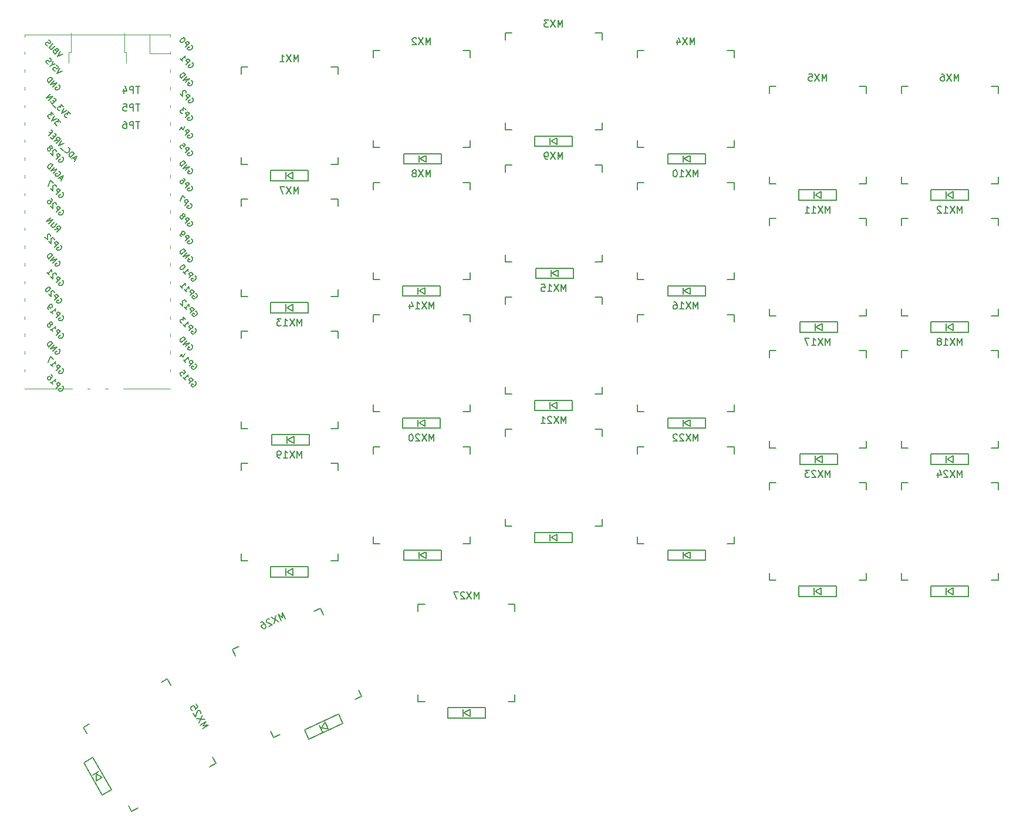
<source format=gbr>
G04 #@! TF.GenerationSoftware,KiCad,Pcbnew,(5.1.4)-1*
G04 #@! TF.CreationDate,2021-06-26T01:07:56+08:00*
G04 #@! TF.ProjectId,Split Keeb,53706c69-7420-44b6-9565-622e6b696361,rev?*
G04 #@! TF.SameCoordinates,Original*
G04 #@! TF.FileFunction,Legend,Bot*
G04 #@! TF.FilePolarity,Positive*
%FSLAX46Y46*%
G04 Gerber Fmt 4.6, Leading zero omitted, Abs format (unit mm)*
G04 Created by KiCad (PCBNEW (5.1.4)-1) date 2021-06-26 01:07:56*
%MOMM*%
%LPD*%
G04 APERTURE LIST*
%ADD10C,0.150000*%
%ADD11C,0.120000*%
G04 APERTURE END LIST*
D10*
X133589000Y-132319000D02*
X134589000Y-132319000D01*
X146589000Y-132319000D02*
X147589000Y-132319000D01*
X147589000Y-132319000D02*
X147589000Y-133319000D01*
X147589000Y-146319000D02*
X146589000Y-146319000D01*
X147589000Y-145319000D02*
X147589000Y-146319000D01*
X134589000Y-146319000D02*
X133589000Y-146319000D01*
X133589000Y-146319000D02*
X133589000Y-145319000D01*
X133589000Y-133319000D02*
X133589000Y-132319000D01*
X106832144Y-138814089D02*
X107738451Y-138391471D01*
X118614145Y-133320052D02*
X119520453Y-132897434D01*
X119520453Y-132897434D02*
X119943071Y-133803741D01*
X125437108Y-145585743D02*
X124530801Y-146008361D01*
X125014490Y-144679435D02*
X125437108Y-145585743D01*
X113655107Y-151079780D02*
X112748799Y-151502398D01*
X112748799Y-151502398D02*
X112326181Y-150596091D01*
X107254762Y-139720397D02*
X106832144Y-138814089D01*
X97431178Y-143090850D02*
X97931178Y-143956876D01*
X103931178Y-154349180D02*
X104431178Y-155215206D01*
X104431178Y-155215206D02*
X103565152Y-155715206D01*
X92306822Y-162215206D02*
X91806822Y-161349180D01*
X93172848Y-161715206D02*
X92306822Y-162215206D01*
X85806822Y-150956876D02*
X85306822Y-150090850D01*
X85306822Y-150090850D02*
X86172848Y-149590850D01*
X96565152Y-143590850D02*
X97431178Y-143090850D01*
X203312000Y-114793000D02*
X204312000Y-114793000D01*
X216312000Y-114793000D02*
X217312000Y-114793000D01*
X217312000Y-114793000D02*
X217312000Y-115793000D01*
X217312000Y-128793000D02*
X216312000Y-128793000D01*
X217312000Y-127793000D02*
X217312000Y-128793000D01*
X204312000Y-128793000D02*
X203312000Y-128793000D01*
X203312000Y-128793000D02*
X203312000Y-127793000D01*
X203312000Y-115793000D02*
X203312000Y-114793000D01*
X184262000Y-114793000D02*
X185262000Y-114793000D01*
X197262000Y-114793000D02*
X198262000Y-114793000D01*
X198262000Y-114793000D02*
X198262000Y-115793000D01*
X198262000Y-128793000D02*
X197262000Y-128793000D01*
X198262000Y-127793000D02*
X198262000Y-128793000D01*
X185262000Y-128793000D02*
X184262000Y-128793000D01*
X184262000Y-128793000D02*
X184262000Y-127793000D01*
X184262000Y-115793000D02*
X184262000Y-114793000D01*
X165212000Y-109586000D02*
X166212000Y-109586000D01*
X178212000Y-109586000D02*
X179212000Y-109586000D01*
X179212000Y-109586000D02*
X179212000Y-110586000D01*
X179212000Y-123586000D02*
X178212000Y-123586000D01*
X179212000Y-122586000D02*
X179212000Y-123586000D01*
X166212000Y-123586000D02*
X165212000Y-123586000D01*
X165212000Y-123586000D02*
X165212000Y-122586000D01*
X165212000Y-110586000D02*
X165212000Y-109586000D01*
X146162000Y-107046000D02*
X147162000Y-107046000D01*
X159162000Y-107046000D02*
X160162000Y-107046000D01*
X160162000Y-107046000D02*
X160162000Y-108046000D01*
X160162000Y-121046000D02*
X159162000Y-121046000D01*
X160162000Y-120046000D02*
X160162000Y-121046000D01*
X147162000Y-121046000D02*
X146162000Y-121046000D01*
X146162000Y-121046000D02*
X146162000Y-120046000D01*
X146162000Y-108046000D02*
X146162000Y-107046000D01*
X127112000Y-109586000D02*
X128112000Y-109586000D01*
X140112000Y-109586000D02*
X141112000Y-109586000D01*
X141112000Y-109586000D02*
X141112000Y-110586000D01*
X141112000Y-123586000D02*
X140112000Y-123586000D01*
X141112000Y-122586000D02*
X141112000Y-123586000D01*
X128112000Y-123586000D02*
X127112000Y-123586000D01*
X127112000Y-123586000D02*
X127112000Y-122586000D01*
X127112000Y-110586000D02*
X127112000Y-109586000D01*
X108062000Y-111999000D02*
X109062000Y-111999000D01*
X121062000Y-111999000D02*
X122062000Y-111999000D01*
X122062000Y-111999000D02*
X122062000Y-112999000D01*
X122062000Y-125999000D02*
X121062000Y-125999000D01*
X122062000Y-124999000D02*
X122062000Y-125999000D01*
X109062000Y-125999000D02*
X108062000Y-125999000D01*
X108062000Y-125999000D02*
X108062000Y-124999000D01*
X108062000Y-112999000D02*
X108062000Y-111999000D01*
X203312000Y-95743000D02*
X204312000Y-95743000D01*
X216312000Y-95743000D02*
X217312000Y-95743000D01*
X217312000Y-95743000D02*
X217312000Y-96743000D01*
X217312000Y-109743000D02*
X216312000Y-109743000D01*
X217312000Y-108743000D02*
X217312000Y-109743000D01*
X204312000Y-109743000D02*
X203312000Y-109743000D01*
X203312000Y-109743000D02*
X203312000Y-108743000D01*
X203312000Y-96743000D02*
X203312000Y-95743000D01*
X184262000Y-95743000D02*
X185262000Y-95743000D01*
X197262000Y-95743000D02*
X198262000Y-95743000D01*
X198262000Y-95743000D02*
X198262000Y-96743000D01*
X198262000Y-109743000D02*
X197262000Y-109743000D01*
X198262000Y-108743000D02*
X198262000Y-109743000D01*
X185262000Y-109743000D02*
X184262000Y-109743000D01*
X184262000Y-109743000D02*
X184262000Y-108743000D01*
X184262000Y-96743000D02*
X184262000Y-95743000D01*
X165212000Y-90536000D02*
X166212000Y-90536000D01*
X178212000Y-90536000D02*
X179212000Y-90536000D01*
X179212000Y-90536000D02*
X179212000Y-91536000D01*
X179212000Y-104536000D02*
X178212000Y-104536000D01*
X179212000Y-103536000D02*
X179212000Y-104536000D01*
X166212000Y-104536000D02*
X165212000Y-104536000D01*
X165212000Y-104536000D02*
X165212000Y-103536000D01*
X165212000Y-91536000D02*
X165212000Y-90536000D01*
X146162000Y-87996000D02*
X147162000Y-87996000D01*
X159162000Y-87996000D02*
X160162000Y-87996000D01*
X160162000Y-87996000D02*
X160162000Y-88996000D01*
X160162000Y-101996000D02*
X159162000Y-101996000D01*
X160162000Y-100996000D02*
X160162000Y-101996000D01*
X147162000Y-101996000D02*
X146162000Y-101996000D01*
X146162000Y-101996000D02*
X146162000Y-100996000D01*
X146162000Y-88996000D02*
X146162000Y-87996000D01*
X127112000Y-90536000D02*
X128112000Y-90536000D01*
X140112000Y-90536000D02*
X141112000Y-90536000D01*
X141112000Y-90536000D02*
X141112000Y-91536000D01*
X141112000Y-104536000D02*
X140112000Y-104536000D01*
X141112000Y-103536000D02*
X141112000Y-104536000D01*
X128112000Y-104536000D02*
X127112000Y-104536000D01*
X127112000Y-104536000D02*
X127112000Y-103536000D01*
X127112000Y-91536000D02*
X127112000Y-90536000D01*
X108062000Y-92949000D02*
X109062000Y-92949000D01*
X121062000Y-92949000D02*
X122062000Y-92949000D01*
X122062000Y-92949000D02*
X122062000Y-93949000D01*
X122062000Y-106949000D02*
X121062000Y-106949000D01*
X122062000Y-105949000D02*
X122062000Y-106949000D01*
X109062000Y-106949000D02*
X108062000Y-106949000D01*
X108062000Y-106949000D02*
X108062000Y-105949000D01*
X108062000Y-93949000D02*
X108062000Y-92949000D01*
X203312000Y-76693000D02*
X204312000Y-76693000D01*
X216312000Y-76693000D02*
X217312000Y-76693000D01*
X217312000Y-76693000D02*
X217312000Y-77693000D01*
X217312000Y-90693000D02*
X216312000Y-90693000D01*
X217312000Y-89693000D02*
X217312000Y-90693000D01*
X204312000Y-90693000D02*
X203312000Y-90693000D01*
X203312000Y-90693000D02*
X203312000Y-89693000D01*
X203312000Y-77693000D02*
X203312000Y-76693000D01*
X184262000Y-76693000D02*
X185262000Y-76693000D01*
X197262000Y-76693000D02*
X198262000Y-76693000D01*
X198262000Y-76693000D02*
X198262000Y-77693000D01*
X198262000Y-90693000D02*
X197262000Y-90693000D01*
X198262000Y-89693000D02*
X198262000Y-90693000D01*
X185262000Y-90693000D02*
X184262000Y-90693000D01*
X184262000Y-90693000D02*
X184262000Y-89693000D01*
X184262000Y-77693000D02*
X184262000Y-76693000D01*
X165212000Y-71486000D02*
X166212000Y-71486000D01*
X178212000Y-71486000D02*
X179212000Y-71486000D01*
X179212000Y-71486000D02*
X179212000Y-72486000D01*
X179212000Y-85486000D02*
X178212000Y-85486000D01*
X179212000Y-84486000D02*
X179212000Y-85486000D01*
X166212000Y-85486000D02*
X165212000Y-85486000D01*
X165212000Y-85486000D02*
X165212000Y-84486000D01*
X165212000Y-72486000D02*
X165212000Y-71486000D01*
X146162000Y-68946000D02*
X147162000Y-68946000D01*
X159162000Y-68946000D02*
X160162000Y-68946000D01*
X160162000Y-68946000D02*
X160162000Y-69946000D01*
X160162000Y-82946000D02*
X159162000Y-82946000D01*
X160162000Y-81946000D02*
X160162000Y-82946000D01*
X147162000Y-82946000D02*
X146162000Y-82946000D01*
X146162000Y-82946000D02*
X146162000Y-81946000D01*
X146162000Y-69946000D02*
X146162000Y-68946000D01*
X127112000Y-71486000D02*
X128112000Y-71486000D01*
X140112000Y-71486000D02*
X141112000Y-71486000D01*
X141112000Y-71486000D02*
X141112000Y-72486000D01*
X141112000Y-85486000D02*
X140112000Y-85486000D01*
X141112000Y-84486000D02*
X141112000Y-85486000D01*
X128112000Y-85486000D02*
X127112000Y-85486000D01*
X127112000Y-85486000D02*
X127112000Y-84486000D01*
X127112000Y-72486000D02*
X127112000Y-71486000D01*
X108062000Y-73899000D02*
X109062000Y-73899000D01*
X121062000Y-73899000D02*
X122062000Y-73899000D01*
X122062000Y-73899000D02*
X122062000Y-74899000D01*
X122062000Y-87899000D02*
X121062000Y-87899000D01*
X122062000Y-86899000D02*
X122062000Y-87899000D01*
X109062000Y-87899000D02*
X108062000Y-87899000D01*
X108062000Y-87899000D02*
X108062000Y-86899000D01*
X108062000Y-74899000D02*
X108062000Y-73899000D01*
X203312000Y-57643000D02*
X204312000Y-57643000D01*
X216312000Y-57643000D02*
X217312000Y-57643000D01*
X217312000Y-57643000D02*
X217312000Y-58643000D01*
X217312000Y-71643000D02*
X216312000Y-71643000D01*
X217312000Y-70643000D02*
X217312000Y-71643000D01*
X204312000Y-71643000D02*
X203312000Y-71643000D01*
X203312000Y-71643000D02*
X203312000Y-70643000D01*
X203312000Y-58643000D02*
X203312000Y-57643000D01*
X184262000Y-57643000D02*
X185262000Y-57643000D01*
X197262000Y-57643000D02*
X198262000Y-57643000D01*
X198262000Y-57643000D02*
X198262000Y-58643000D01*
X198262000Y-71643000D02*
X197262000Y-71643000D01*
X198262000Y-70643000D02*
X198262000Y-71643000D01*
X185262000Y-71643000D02*
X184262000Y-71643000D01*
X184262000Y-71643000D02*
X184262000Y-70643000D01*
X184262000Y-58643000D02*
X184262000Y-57643000D01*
X165212000Y-52436000D02*
X166212000Y-52436000D01*
X178212000Y-52436000D02*
X179212000Y-52436000D01*
X179212000Y-52436000D02*
X179212000Y-53436000D01*
X179212000Y-66436000D02*
X178212000Y-66436000D01*
X179212000Y-65436000D02*
X179212000Y-66436000D01*
X166212000Y-66436000D02*
X165212000Y-66436000D01*
X165212000Y-66436000D02*
X165212000Y-65436000D01*
X165212000Y-53436000D02*
X165212000Y-52436000D01*
X146162000Y-49896000D02*
X147162000Y-49896000D01*
X159162000Y-49896000D02*
X160162000Y-49896000D01*
X160162000Y-49896000D02*
X160162000Y-50896000D01*
X160162000Y-63896000D02*
X159162000Y-63896000D01*
X160162000Y-62896000D02*
X160162000Y-63896000D01*
X147162000Y-63896000D02*
X146162000Y-63896000D01*
X146162000Y-63896000D02*
X146162000Y-62896000D01*
X146162000Y-50896000D02*
X146162000Y-49896000D01*
X127112000Y-52436000D02*
X128112000Y-52436000D01*
X140112000Y-52436000D02*
X141112000Y-52436000D01*
X141112000Y-52436000D02*
X141112000Y-53436000D01*
X141112000Y-66436000D02*
X140112000Y-66436000D01*
X141112000Y-65436000D02*
X141112000Y-66436000D01*
X128112000Y-66436000D02*
X127112000Y-66436000D01*
X127112000Y-66436000D02*
X127112000Y-65436000D01*
X127112000Y-53436000D02*
X127112000Y-52436000D01*
X108062000Y-54849000D02*
X109062000Y-54849000D01*
X121062000Y-54849000D02*
X122062000Y-54849000D01*
X122062000Y-54849000D02*
X122062000Y-55849000D01*
X122062000Y-68849000D02*
X121062000Y-68849000D01*
X122062000Y-67849000D02*
X122062000Y-68849000D01*
X109062000Y-68849000D02*
X108062000Y-68849000D01*
X108062000Y-68849000D02*
X108062000Y-67849000D01*
X108062000Y-55849000D02*
X108062000Y-54849000D01*
D11*
X83226000Y-52682000D02*
X83526000Y-52682000D01*
X91226000Y-49882000D02*
X91226000Y-52682000D01*
X83226000Y-52682000D02*
X83226000Y-54232000D01*
X91526000Y-52682000D02*
X91526000Y-54232000D01*
X83526000Y-49882000D02*
X83526000Y-52682000D01*
X91226000Y-52682000D02*
X91526000Y-52682000D01*
X94869000Y-52859000D02*
X94869000Y-50192000D01*
X97876000Y-98392000D02*
X97876000Y-98792000D01*
X76876000Y-60292000D02*
X76876000Y-60692000D01*
X97876000Y-75492000D02*
X97876000Y-75892000D01*
X97876000Y-85692000D02*
X97876000Y-86092000D01*
X97876000Y-88192000D02*
X97876000Y-88592000D01*
X76876000Y-65292000D02*
X76876000Y-65692000D01*
X88876000Y-101192000D02*
X88476000Y-101192000D01*
X97876000Y-70392000D02*
X97876000Y-70792000D01*
X76876000Y-67892000D02*
X76876000Y-68292000D01*
X97876000Y-67892000D02*
X97876000Y-68292000D01*
X97876000Y-52592000D02*
X97876000Y-52992000D01*
X76876000Y-70392000D02*
X76876000Y-70792000D01*
X76876000Y-77992000D02*
X76876000Y-78392000D01*
X97876000Y-95792000D02*
X97876000Y-96192000D01*
X76876000Y-80592000D02*
X76876000Y-80992000D01*
X76876000Y-101192000D02*
X83676000Y-101192000D01*
X76876000Y-98392000D02*
X76876000Y-98792000D01*
X76876000Y-50192000D02*
X76876000Y-50492000D01*
X86276000Y-101192000D02*
X85876000Y-101192000D01*
X76876000Y-57692000D02*
X76876000Y-58092000D01*
X97876000Y-60292000D02*
X97876000Y-60692000D01*
X76876000Y-55192000D02*
X76876000Y-55592000D01*
X76876000Y-75492000D02*
X76876000Y-75892000D01*
X76876000Y-62792000D02*
X76876000Y-63192000D01*
X97876000Y-55192000D02*
X97876000Y-55592000D01*
X91076000Y-101192000D02*
X97876000Y-101192000D01*
X97876000Y-57692000D02*
X97876000Y-58092000D01*
X97876000Y-65292000D02*
X97876000Y-65692000D01*
X76876000Y-85692000D02*
X76876000Y-86092000D01*
X76876000Y-88192000D02*
X76876000Y-88592000D01*
X76876000Y-90792000D02*
X76876000Y-91192000D01*
X76876000Y-93292000D02*
X76876000Y-93692000D01*
X76876000Y-52592000D02*
X76876000Y-52992000D01*
X97876000Y-83092000D02*
X97876000Y-83492000D01*
X97876000Y-50192000D02*
X76876000Y-50192000D01*
X97876000Y-52859000D02*
X94869000Y-52859000D01*
X97876000Y-62792000D02*
X97876000Y-63192000D01*
X97876000Y-50192000D02*
X97876000Y-50492000D01*
X97876000Y-77992000D02*
X97876000Y-78392000D01*
X97876000Y-80592000D02*
X97876000Y-80992000D01*
X97876000Y-90792000D02*
X97876000Y-91192000D01*
X76876000Y-72992000D02*
X76876000Y-73392000D01*
X97876000Y-72992000D02*
X97876000Y-73392000D01*
X76876000Y-83092000D02*
X76876000Y-83492000D01*
X76876000Y-95792000D02*
X76876000Y-96192000D01*
X97876000Y-93292000D02*
X97876000Y-93692000D01*
D10*
X143289000Y-148705000D02*
X143289000Y-147205000D01*
X137889000Y-148705000D02*
X143289000Y-148705000D01*
X137889000Y-147205000D02*
X137889000Y-148705000D01*
X143289000Y-147205000D02*
X137889000Y-147205000D01*
X140089000Y-147455000D02*
X140089000Y-148455000D01*
X141089000Y-148455000D02*
X140189000Y-147955000D01*
X141089000Y-147455000D02*
X141089000Y-148455000D01*
X140189000Y-147955000D02*
X141089000Y-147455000D01*
X122751330Y-149510021D02*
X122117402Y-148150559D01*
X117857268Y-151792159D02*
X122751330Y-149510021D01*
X117223340Y-150432697D02*
X117857268Y-151792159D01*
X122117402Y-148150559D02*
X117223340Y-150432697D01*
X119322872Y-149729514D02*
X119745490Y-150635822D01*
X120651798Y-150213204D02*
X119624812Y-150140406D01*
X120229180Y-149306896D02*
X120651798Y-150213204D01*
X119624812Y-150140406D02*
X120229180Y-149306896D01*
X88070315Y-159800431D02*
X89369353Y-159050431D01*
X85370315Y-155123893D02*
X88070315Y-159800431D01*
X86669353Y-154373893D02*
X85370315Y-155123893D01*
X89369353Y-159050431D02*
X86669353Y-154373893D01*
X87552847Y-156404149D02*
X86686821Y-156904149D01*
X87186821Y-157770175D02*
X87169834Y-156740752D01*
X88052847Y-157270175D02*
X87186821Y-157770175D01*
X87169834Y-156740752D02*
X88052847Y-157270175D01*
X213012000Y-131179000D02*
X213012000Y-129679000D01*
X207612000Y-131179000D02*
X213012000Y-131179000D01*
X207612000Y-129679000D02*
X207612000Y-131179000D01*
X213012000Y-129679000D02*
X207612000Y-129679000D01*
X209812000Y-129929000D02*
X209812000Y-130929000D01*
X210812000Y-130929000D02*
X209912000Y-130429000D01*
X210812000Y-129929000D02*
X210812000Y-130929000D01*
X209912000Y-130429000D02*
X210812000Y-129929000D01*
X193962000Y-131179000D02*
X193962000Y-129679000D01*
X188562000Y-131179000D02*
X193962000Y-131179000D01*
X188562000Y-129679000D02*
X188562000Y-131179000D01*
X193962000Y-129679000D02*
X188562000Y-129679000D01*
X190762000Y-129929000D02*
X190762000Y-130929000D01*
X191762000Y-130929000D02*
X190862000Y-130429000D01*
X191762000Y-129929000D02*
X191762000Y-130929000D01*
X190862000Y-130429000D02*
X191762000Y-129929000D01*
X175036000Y-125972000D02*
X175036000Y-124472000D01*
X169636000Y-125972000D02*
X175036000Y-125972000D01*
X169636000Y-124472000D02*
X169636000Y-125972000D01*
X175036000Y-124472000D02*
X169636000Y-124472000D01*
X171836000Y-124722000D02*
X171836000Y-125722000D01*
X172836000Y-125722000D02*
X171936000Y-125222000D01*
X172836000Y-124722000D02*
X172836000Y-125722000D01*
X171936000Y-125222000D02*
X172836000Y-124722000D01*
X155862000Y-123432000D02*
X155862000Y-121932000D01*
X150462000Y-123432000D02*
X155862000Y-123432000D01*
X150462000Y-121932000D02*
X150462000Y-123432000D01*
X155862000Y-121932000D02*
X150462000Y-121932000D01*
X152662000Y-122182000D02*
X152662000Y-123182000D01*
X153662000Y-123182000D02*
X152762000Y-122682000D01*
X153662000Y-122182000D02*
X153662000Y-123182000D01*
X152762000Y-122682000D02*
X153662000Y-122182000D01*
X136939000Y-125972000D02*
X136939000Y-124472000D01*
X131539000Y-125972000D02*
X136939000Y-125972000D01*
X131539000Y-124472000D02*
X131539000Y-125972000D01*
X136939000Y-124472000D02*
X131539000Y-124472000D01*
X133739000Y-124722000D02*
X133739000Y-125722000D01*
X134739000Y-125722000D02*
X133839000Y-125222000D01*
X134739000Y-124722000D02*
X134739000Y-125722000D01*
X133839000Y-125222000D02*
X134739000Y-124722000D01*
X117762000Y-128385000D02*
X117762000Y-126885000D01*
X112362000Y-128385000D02*
X117762000Y-128385000D01*
X112362000Y-126885000D02*
X112362000Y-128385000D01*
X117762000Y-126885000D02*
X112362000Y-126885000D01*
X114562000Y-127135000D02*
X114562000Y-128135000D01*
X115562000Y-128135000D02*
X114662000Y-127635000D01*
X115562000Y-127135000D02*
X115562000Y-128135000D01*
X114662000Y-127635000D02*
X115562000Y-127135000D01*
X213012000Y-112129000D02*
X213012000Y-110629000D01*
X207612000Y-112129000D02*
X213012000Y-112129000D01*
X207612000Y-110629000D02*
X207612000Y-112129000D01*
X213012000Y-110629000D02*
X207612000Y-110629000D01*
X209812000Y-110879000D02*
X209812000Y-111879000D01*
X210812000Y-111879000D02*
X209912000Y-111379000D01*
X210812000Y-110879000D02*
X210812000Y-111879000D01*
X209912000Y-111379000D02*
X210812000Y-110879000D01*
X194089000Y-112129000D02*
X194089000Y-110629000D01*
X188689000Y-112129000D02*
X194089000Y-112129000D01*
X188689000Y-110629000D02*
X188689000Y-112129000D01*
X194089000Y-110629000D02*
X188689000Y-110629000D01*
X190889000Y-110879000D02*
X190889000Y-111879000D01*
X191889000Y-111879000D02*
X190989000Y-111379000D01*
X191889000Y-110879000D02*
X191889000Y-111879000D01*
X190989000Y-111379000D02*
X191889000Y-110879000D01*
X175039000Y-106922000D02*
X175039000Y-105422000D01*
X169639000Y-106922000D02*
X175039000Y-106922000D01*
X169639000Y-105422000D02*
X169639000Y-106922000D01*
X175039000Y-105422000D02*
X169639000Y-105422000D01*
X171839000Y-105672000D02*
X171839000Y-106672000D01*
X172839000Y-106672000D02*
X171939000Y-106172000D01*
X172839000Y-105672000D02*
X172839000Y-106672000D01*
X171939000Y-106172000D02*
X172839000Y-105672000D01*
X155862000Y-104382000D02*
X155862000Y-102882000D01*
X150462000Y-104382000D02*
X155862000Y-104382000D01*
X150462000Y-102882000D02*
X150462000Y-104382000D01*
X155862000Y-102882000D02*
X150462000Y-102882000D01*
X152662000Y-103132000D02*
X152662000Y-104132000D01*
X153662000Y-104132000D02*
X152762000Y-103632000D01*
X153662000Y-103132000D02*
X153662000Y-104132000D01*
X152762000Y-103632000D02*
X153662000Y-103132000D01*
X136812000Y-106922000D02*
X136812000Y-105422000D01*
X131412000Y-106922000D02*
X136812000Y-106922000D01*
X131412000Y-105422000D02*
X131412000Y-106922000D01*
X136812000Y-105422000D02*
X131412000Y-105422000D01*
X133612000Y-105672000D02*
X133612000Y-106672000D01*
X134612000Y-106672000D02*
X133712000Y-106172000D01*
X134612000Y-105672000D02*
X134612000Y-106672000D01*
X133712000Y-106172000D02*
X134612000Y-105672000D01*
X117889000Y-109335000D02*
X117889000Y-107835000D01*
X112489000Y-109335000D02*
X117889000Y-109335000D01*
X112489000Y-107835000D02*
X112489000Y-109335000D01*
X117889000Y-107835000D02*
X112489000Y-107835000D01*
X114689000Y-108085000D02*
X114689000Y-109085000D01*
X115689000Y-109085000D02*
X114789000Y-108585000D01*
X115689000Y-108085000D02*
X115689000Y-109085000D01*
X114789000Y-108585000D02*
X115689000Y-108085000D01*
X213012000Y-93079000D02*
X213012000Y-91579000D01*
X207612000Y-93079000D02*
X213012000Y-93079000D01*
X207612000Y-91579000D02*
X207612000Y-93079000D01*
X213012000Y-91579000D02*
X207612000Y-91579000D01*
X209812000Y-91829000D02*
X209812000Y-92829000D01*
X210812000Y-92829000D02*
X209912000Y-92329000D01*
X210812000Y-91829000D02*
X210812000Y-92829000D01*
X209912000Y-92329000D02*
X210812000Y-91829000D01*
X194089000Y-93079000D02*
X194089000Y-91579000D01*
X188689000Y-93079000D02*
X194089000Y-93079000D01*
X188689000Y-91579000D02*
X188689000Y-93079000D01*
X194089000Y-91579000D02*
X188689000Y-91579000D01*
X190889000Y-91829000D02*
X190889000Y-92829000D01*
X191889000Y-92829000D02*
X190989000Y-92329000D01*
X191889000Y-91829000D02*
X191889000Y-92829000D01*
X190989000Y-92329000D02*
X191889000Y-91829000D01*
X175039000Y-87872000D02*
X175039000Y-86372000D01*
X169639000Y-87872000D02*
X175039000Y-87872000D01*
X169639000Y-86372000D02*
X169639000Y-87872000D01*
X175039000Y-86372000D02*
X169639000Y-86372000D01*
X171839000Y-86622000D02*
X171839000Y-87622000D01*
X172839000Y-87622000D02*
X171939000Y-87122000D01*
X172839000Y-86622000D02*
X172839000Y-87622000D01*
X171939000Y-87122000D02*
X172839000Y-86622000D01*
X155989000Y-85332000D02*
X155989000Y-83832000D01*
X150589000Y-85332000D02*
X155989000Y-85332000D01*
X150589000Y-83832000D02*
X150589000Y-85332000D01*
X155989000Y-83832000D02*
X150589000Y-83832000D01*
X152789000Y-84082000D02*
X152789000Y-85082000D01*
X153789000Y-85082000D02*
X152889000Y-84582000D01*
X153789000Y-84082000D02*
X153789000Y-85082000D01*
X152889000Y-84582000D02*
X153789000Y-84082000D01*
X136812000Y-87872000D02*
X136812000Y-86372000D01*
X131412000Y-87872000D02*
X136812000Y-87872000D01*
X131412000Y-86372000D02*
X131412000Y-87872000D01*
X136812000Y-86372000D02*
X131412000Y-86372000D01*
X133612000Y-86622000D02*
X133612000Y-87622000D01*
X134612000Y-87622000D02*
X133712000Y-87122000D01*
X134612000Y-86622000D02*
X134612000Y-87622000D01*
X133712000Y-87122000D02*
X134612000Y-86622000D01*
X117762000Y-90285000D02*
X117762000Y-88785000D01*
X112362000Y-90285000D02*
X117762000Y-90285000D01*
X112362000Y-88785000D02*
X112362000Y-90285000D01*
X117762000Y-88785000D02*
X112362000Y-88785000D01*
X114562000Y-89035000D02*
X114562000Y-90035000D01*
X115562000Y-90035000D02*
X114662000Y-89535000D01*
X115562000Y-89035000D02*
X115562000Y-90035000D01*
X114662000Y-89535000D02*
X115562000Y-89035000D01*
X213012000Y-74029000D02*
X213012000Y-72529000D01*
X207612000Y-74029000D02*
X213012000Y-74029000D01*
X207612000Y-72529000D02*
X207612000Y-74029000D01*
X213012000Y-72529000D02*
X207612000Y-72529000D01*
X209812000Y-72779000D02*
X209812000Y-73779000D01*
X210812000Y-73779000D02*
X209912000Y-73279000D01*
X210812000Y-72779000D02*
X210812000Y-73779000D01*
X209912000Y-73279000D02*
X210812000Y-72779000D01*
X193962000Y-74029000D02*
X193962000Y-72529000D01*
X188562000Y-74029000D02*
X193962000Y-74029000D01*
X188562000Y-72529000D02*
X188562000Y-74029000D01*
X193962000Y-72529000D02*
X188562000Y-72529000D01*
X190762000Y-72779000D02*
X190762000Y-73779000D01*
X191762000Y-73779000D02*
X190862000Y-73279000D01*
X191762000Y-72779000D02*
X191762000Y-73779000D01*
X190862000Y-73279000D02*
X191762000Y-72779000D01*
X175042000Y-68822000D02*
X175042000Y-67322000D01*
X169642000Y-68822000D02*
X175042000Y-68822000D01*
X169642000Y-67322000D02*
X169642000Y-68822000D01*
X175042000Y-67322000D02*
X169642000Y-67322000D01*
X171842000Y-67572000D02*
X171842000Y-68572000D01*
X172842000Y-68572000D02*
X171942000Y-68072000D01*
X172842000Y-67572000D02*
X172842000Y-68572000D01*
X171942000Y-68072000D02*
X172842000Y-67572000D01*
X155862000Y-66282000D02*
X155862000Y-64782000D01*
X150462000Y-66282000D02*
X155862000Y-66282000D01*
X150462000Y-64782000D02*
X150462000Y-66282000D01*
X155862000Y-64782000D02*
X150462000Y-64782000D01*
X152662000Y-65032000D02*
X152662000Y-66032000D01*
X153662000Y-66032000D02*
X152762000Y-65532000D01*
X153662000Y-65032000D02*
X153662000Y-66032000D01*
X152762000Y-65532000D02*
X153662000Y-65032000D01*
X136939000Y-68822000D02*
X136939000Y-67322000D01*
X131539000Y-68822000D02*
X136939000Y-68822000D01*
X131539000Y-67322000D02*
X131539000Y-68822000D01*
X136939000Y-67322000D02*
X131539000Y-67322000D01*
X133739000Y-67572000D02*
X133739000Y-68572000D01*
X134739000Y-68572000D02*
X133839000Y-68072000D01*
X134739000Y-67572000D02*
X134739000Y-68572000D01*
X133839000Y-68072000D02*
X134739000Y-67572000D01*
X117762000Y-71235000D02*
X117762000Y-69735000D01*
X112362000Y-71235000D02*
X117762000Y-71235000D01*
X112362000Y-69735000D02*
X112362000Y-71235000D01*
X117762000Y-69735000D02*
X112362000Y-69735000D01*
X114562000Y-69985000D02*
X114562000Y-70985000D01*
X115562000Y-70985000D02*
X114662000Y-70485000D01*
X115562000Y-69985000D02*
X115562000Y-70985000D01*
X114662000Y-70485000D02*
X115562000Y-69985000D01*
X142350904Y-131516380D02*
X142350904Y-130516380D01*
X142017571Y-131230666D01*
X141684238Y-130516380D01*
X141684238Y-131516380D01*
X141303285Y-130516380D02*
X140636619Y-131516380D01*
X140636619Y-130516380D02*
X141303285Y-131516380D01*
X140303285Y-130611619D02*
X140255666Y-130564000D01*
X140160428Y-130516380D01*
X139922333Y-130516380D01*
X139827095Y-130564000D01*
X139779476Y-130611619D01*
X139731857Y-130706857D01*
X139731857Y-130802095D01*
X139779476Y-130944952D01*
X140350904Y-131516380D01*
X139731857Y-131516380D01*
X139398523Y-130516380D02*
X138731857Y-130516380D01*
X139160428Y-131516380D01*
X114433924Y-134383728D02*
X114011306Y-133477420D01*
X114011073Y-134265655D01*
X113407101Y-133759165D01*
X113829719Y-134665473D01*
X113061840Y-133920163D02*
X112880253Y-135108216D01*
X112457635Y-134201908D02*
X113484459Y-134826471D01*
X112195782Y-134429096D02*
X112132500Y-134406063D01*
X112026060Y-134403155D01*
X111810272Y-134503779D01*
X111744082Y-134587185D01*
X111721049Y-134650468D01*
X111718141Y-134756907D01*
X111758391Y-134843222D01*
X111861922Y-134952570D01*
X112621308Y-135228964D01*
X112060261Y-135490585D01*
X110860807Y-134946522D02*
X111033437Y-134866023D01*
X111139877Y-134868931D01*
X111203159Y-134891964D01*
X111349848Y-134981187D01*
X111473504Y-135133692D01*
X111634502Y-135478952D01*
X111631594Y-135585392D01*
X111608561Y-135648674D01*
X111542371Y-135732081D01*
X111369740Y-135812580D01*
X111263301Y-135809672D01*
X111200019Y-135786639D01*
X111116612Y-135720449D01*
X111015988Y-135504661D01*
X111018896Y-135398221D01*
X111041929Y-135334939D01*
X111108120Y-135251532D01*
X111280750Y-135171034D01*
X111387189Y-135173942D01*
X111450472Y-135196975D01*
X111533878Y-135263165D01*
X102507218Y-150277572D02*
X103373244Y-149777572D01*
X102587988Y-149846040D01*
X103039911Y-149200222D01*
X102173885Y-149700222D01*
X102849434Y-148870308D02*
X101650076Y-148792957D01*
X102516101Y-148292957D02*
X101983409Y-149370308D01*
X102266956Y-148051901D02*
X102284386Y-147986852D01*
X102278006Y-147880564D01*
X102158958Y-147674368D01*
X102070100Y-147615699D01*
X102005051Y-147598269D01*
X101898763Y-147604649D01*
X101816284Y-147652268D01*
X101716376Y-147764936D01*
X101507218Y-148545521D01*
X101197695Y-148009410D01*
X101611339Y-146725864D02*
X101849434Y-147138257D01*
X101460851Y-147417591D01*
X101478281Y-147352542D01*
X101471901Y-147246254D01*
X101352853Y-147040058D01*
X101263995Y-146981389D01*
X101198946Y-146963959D01*
X101092658Y-146970339D01*
X100886461Y-147089386D01*
X100827792Y-147178245D01*
X100810363Y-147243293D01*
X100816742Y-147349582D01*
X100935790Y-147555778D01*
X101024648Y-147614447D01*
X101089697Y-147631877D01*
X212073904Y-113990380D02*
X212073904Y-112990380D01*
X211740571Y-113704666D01*
X211407238Y-112990380D01*
X211407238Y-113990380D01*
X211026285Y-112990380D02*
X210359619Y-113990380D01*
X210359619Y-112990380D02*
X211026285Y-113990380D01*
X210026285Y-113085619D02*
X209978666Y-113038000D01*
X209883428Y-112990380D01*
X209645333Y-112990380D01*
X209550095Y-113038000D01*
X209502476Y-113085619D01*
X209454857Y-113180857D01*
X209454857Y-113276095D01*
X209502476Y-113418952D01*
X210073904Y-113990380D01*
X209454857Y-113990380D01*
X208597714Y-113323714D02*
X208597714Y-113990380D01*
X208835809Y-112942761D02*
X209073904Y-113657047D01*
X208454857Y-113657047D01*
X193023904Y-113990380D02*
X193023904Y-112990380D01*
X192690571Y-113704666D01*
X192357238Y-112990380D01*
X192357238Y-113990380D01*
X191976285Y-112990380D02*
X191309619Y-113990380D01*
X191309619Y-112990380D02*
X191976285Y-113990380D01*
X190976285Y-113085619D02*
X190928666Y-113038000D01*
X190833428Y-112990380D01*
X190595333Y-112990380D01*
X190500095Y-113038000D01*
X190452476Y-113085619D01*
X190404857Y-113180857D01*
X190404857Y-113276095D01*
X190452476Y-113418952D01*
X191023904Y-113990380D01*
X190404857Y-113990380D01*
X190071523Y-112990380D02*
X189452476Y-112990380D01*
X189785809Y-113371333D01*
X189642952Y-113371333D01*
X189547714Y-113418952D01*
X189500095Y-113466571D01*
X189452476Y-113561809D01*
X189452476Y-113799904D01*
X189500095Y-113895142D01*
X189547714Y-113942761D01*
X189642952Y-113990380D01*
X189928666Y-113990380D01*
X190023904Y-113942761D01*
X190071523Y-113895142D01*
X173973904Y-108783380D02*
X173973904Y-107783380D01*
X173640571Y-108497666D01*
X173307238Y-107783380D01*
X173307238Y-108783380D01*
X172926285Y-107783380D02*
X172259619Y-108783380D01*
X172259619Y-107783380D02*
X172926285Y-108783380D01*
X171926285Y-107878619D02*
X171878666Y-107831000D01*
X171783428Y-107783380D01*
X171545333Y-107783380D01*
X171450095Y-107831000D01*
X171402476Y-107878619D01*
X171354857Y-107973857D01*
X171354857Y-108069095D01*
X171402476Y-108211952D01*
X171973904Y-108783380D01*
X171354857Y-108783380D01*
X170973904Y-107878619D02*
X170926285Y-107831000D01*
X170831047Y-107783380D01*
X170592952Y-107783380D01*
X170497714Y-107831000D01*
X170450095Y-107878619D01*
X170402476Y-107973857D01*
X170402476Y-108069095D01*
X170450095Y-108211952D01*
X171021523Y-108783380D01*
X170402476Y-108783380D01*
X154923904Y-106243380D02*
X154923904Y-105243380D01*
X154590571Y-105957666D01*
X154257238Y-105243380D01*
X154257238Y-106243380D01*
X153876285Y-105243380D02*
X153209619Y-106243380D01*
X153209619Y-105243380D02*
X153876285Y-106243380D01*
X152876285Y-105338619D02*
X152828666Y-105291000D01*
X152733428Y-105243380D01*
X152495333Y-105243380D01*
X152400095Y-105291000D01*
X152352476Y-105338619D01*
X152304857Y-105433857D01*
X152304857Y-105529095D01*
X152352476Y-105671952D01*
X152923904Y-106243380D01*
X152304857Y-106243380D01*
X151352476Y-106243380D02*
X151923904Y-106243380D01*
X151638190Y-106243380D02*
X151638190Y-105243380D01*
X151733428Y-105386238D01*
X151828666Y-105481476D01*
X151923904Y-105529095D01*
X135873904Y-108783380D02*
X135873904Y-107783380D01*
X135540571Y-108497666D01*
X135207238Y-107783380D01*
X135207238Y-108783380D01*
X134826285Y-107783380D02*
X134159619Y-108783380D01*
X134159619Y-107783380D02*
X134826285Y-108783380D01*
X133826285Y-107878619D02*
X133778666Y-107831000D01*
X133683428Y-107783380D01*
X133445333Y-107783380D01*
X133350095Y-107831000D01*
X133302476Y-107878619D01*
X133254857Y-107973857D01*
X133254857Y-108069095D01*
X133302476Y-108211952D01*
X133873904Y-108783380D01*
X133254857Y-108783380D01*
X132635809Y-107783380D02*
X132540571Y-107783380D01*
X132445333Y-107831000D01*
X132397714Y-107878619D01*
X132350095Y-107973857D01*
X132302476Y-108164333D01*
X132302476Y-108402428D01*
X132350095Y-108592904D01*
X132397714Y-108688142D01*
X132445333Y-108735761D01*
X132540571Y-108783380D01*
X132635809Y-108783380D01*
X132731047Y-108735761D01*
X132778666Y-108688142D01*
X132826285Y-108592904D01*
X132873904Y-108402428D01*
X132873904Y-108164333D01*
X132826285Y-107973857D01*
X132778666Y-107878619D01*
X132731047Y-107831000D01*
X132635809Y-107783380D01*
X116823904Y-111196380D02*
X116823904Y-110196380D01*
X116490571Y-110910666D01*
X116157238Y-110196380D01*
X116157238Y-111196380D01*
X115776285Y-110196380D02*
X115109619Y-111196380D01*
X115109619Y-110196380D02*
X115776285Y-111196380D01*
X114204857Y-111196380D02*
X114776285Y-111196380D01*
X114490571Y-111196380D02*
X114490571Y-110196380D01*
X114585809Y-110339238D01*
X114681047Y-110434476D01*
X114776285Y-110482095D01*
X113728666Y-111196380D02*
X113538190Y-111196380D01*
X113442952Y-111148761D01*
X113395333Y-111101142D01*
X113300095Y-110958285D01*
X113252476Y-110767809D01*
X113252476Y-110386857D01*
X113300095Y-110291619D01*
X113347714Y-110244000D01*
X113442952Y-110196380D01*
X113633428Y-110196380D01*
X113728666Y-110244000D01*
X113776285Y-110291619D01*
X113823904Y-110386857D01*
X113823904Y-110624952D01*
X113776285Y-110720190D01*
X113728666Y-110767809D01*
X113633428Y-110815428D01*
X113442952Y-110815428D01*
X113347714Y-110767809D01*
X113300095Y-110720190D01*
X113252476Y-110624952D01*
X212073904Y-94940380D02*
X212073904Y-93940380D01*
X211740571Y-94654666D01*
X211407238Y-93940380D01*
X211407238Y-94940380D01*
X211026285Y-93940380D02*
X210359619Y-94940380D01*
X210359619Y-93940380D02*
X211026285Y-94940380D01*
X209454857Y-94940380D02*
X210026285Y-94940380D01*
X209740571Y-94940380D02*
X209740571Y-93940380D01*
X209835809Y-94083238D01*
X209931047Y-94178476D01*
X210026285Y-94226095D01*
X208883428Y-94368952D02*
X208978666Y-94321333D01*
X209026285Y-94273714D01*
X209073904Y-94178476D01*
X209073904Y-94130857D01*
X209026285Y-94035619D01*
X208978666Y-93988000D01*
X208883428Y-93940380D01*
X208692952Y-93940380D01*
X208597714Y-93988000D01*
X208550095Y-94035619D01*
X208502476Y-94130857D01*
X208502476Y-94178476D01*
X208550095Y-94273714D01*
X208597714Y-94321333D01*
X208692952Y-94368952D01*
X208883428Y-94368952D01*
X208978666Y-94416571D01*
X209026285Y-94464190D01*
X209073904Y-94559428D01*
X209073904Y-94749904D01*
X209026285Y-94845142D01*
X208978666Y-94892761D01*
X208883428Y-94940380D01*
X208692952Y-94940380D01*
X208597714Y-94892761D01*
X208550095Y-94845142D01*
X208502476Y-94749904D01*
X208502476Y-94559428D01*
X208550095Y-94464190D01*
X208597714Y-94416571D01*
X208692952Y-94368952D01*
X193023904Y-94940380D02*
X193023904Y-93940380D01*
X192690571Y-94654666D01*
X192357238Y-93940380D01*
X192357238Y-94940380D01*
X191976285Y-93940380D02*
X191309619Y-94940380D01*
X191309619Y-93940380D02*
X191976285Y-94940380D01*
X190404857Y-94940380D02*
X190976285Y-94940380D01*
X190690571Y-94940380D02*
X190690571Y-93940380D01*
X190785809Y-94083238D01*
X190881047Y-94178476D01*
X190976285Y-94226095D01*
X190071523Y-93940380D02*
X189404857Y-93940380D01*
X189833428Y-94940380D01*
X173973904Y-89733380D02*
X173973904Y-88733380D01*
X173640571Y-89447666D01*
X173307238Y-88733380D01*
X173307238Y-89733380D01*
X172926285Y-88733380D02*
X172259619Y-89733380D01*
X172259619Y-88733380D02*
X172926285Y-89733380D01*
X171354857Y-89733380D02*
X171926285Y-89733380D01*
X171640571Y-89733380D02*
X171640571Y-88733380D01*
X171735809Y-88876238D01*
X171831047Y-88971476D01*
X171926285Y-89019095D01*
X170497714Y-88733380D02*
X170688190Y-88733380D01*
X170783428Y-88781000D01*
X170831047Y-88828619D01*
X170926285Y-88971476D01*
X170973904Y-89161952D01*
X170973904Y-89542904D01*
X170926285Y-89638142D01*
X170878666Y-89685761D01*
X170783428Y-89733380D01*
X170592952Y-89733380D01*
X170497714Y-89685761D01*
X170450095Y-89638142D01*
X170402476Y-89542904D01*
X170402476Y-89304809D01*
X170450095Y-89209571D01*
X170497714Y-89161952D01*
X170592952Y-89114333D01*
X170783428Y-89114333D01*
X170878666Y-89161952D01*
X170926285Y-89209571D01*
X170973904Y-89304809D01*
X154923904Y-87193380D02*
X154923904Y-86193380D01*
X154590571Y-86907666D01*
X154257238Y-86193380D01*
X154257238Y-87193380D01*
X153876285Y-86193380D02*
X153209619Y-87193380D01*
X153209619Y-86193380D02*
X153876285Y-87193380D01*
X152304857Y-87193380D02*
X152876285Y-87193380D01*
X152590571Y-87193380D02*
X152590571Y-86193380D01*
X152685809Y-86336238D01*
X152781047Y-86431476D01*
X152876285Y-86479095D01*
X151400095Y-86193380D02*
X151876285Y-86193380D01*
X151923904Y-86669571D01*
X151876285Y-86621952D01*
X151781047Y-86574333D01*
X151542952Y-86574333D01*
X151447714Y-86621952D01*
X151400095Y-86669571D01*
X151352476Y-86764809D01*
X151352476Y-87002904D01*
X151400095Y-87098142D01*
X151447714Y-87145761D01*
X151542952Y-87193380D01*
X151781047Y-87193380D01*
X151876285Y-87145761D01*
X151923904Y-87098142D01*
X135873904Y-89733380D02*
X135873904Y-88733380D01*
X135540571Y-89447666D01*
X135207238Y-88733380D01*
X135207238Y-89733380D01*
X134826285Y-88733380D02*
X134159619Y-89733380D01*
X134159619Y-88733380D02*
X134826285Y-89733380D01*
X133254857Y-89733380D02*
X133826285Y-89733380D01*
X133540571Y-89733380D02*
X133540571Y-88733380D01*
X133635809Y-88876238D01*
X133731047Y-88971476D01*
X133826285Y-89019095D01*
X132397714Y-89066714D02*
X132397714Y-89733380D01*
X132635809Y-88685761D02*
X132873904Y-89400047D01*
X132254857Y-89400047D01*
X116823904Y-92146380D02*
X116823904Y-91146380D01*
X116490571Y-91860666D01*
X116157238Y-91146380D01*
X116157238Y-92146380D01*
X115776285Y-91146380D02*
X115109619Y-92146380D01*
X115109619Y-91146380D02*
X115776285Y-92146380D01*
X114204857Y-92146380D02*
X114776285Y-92146380D01*
X114490571Y-92146380D02*
X114490571Y-91146380D01*
X114585809Y-91289238D01*
X114681047Y-91384476D01*
X114776285Y-91432095D01*
X113871523Y-91146380D02*
X113252476Y-91146380D01*
X113585809Y-91527333D01*
X113442952Y-91527333D01*
X113347714Y-91574952D01*
X113300095Y-91622571D01*
X113252476Y-91717809D01*
X113252476Y-91955904D01*
X113300095Y-92051142D01*
X113347714Y-92098761D01*
X113442952Y-92146380D01*
X113728666Y-92146380D01*
X113823904Y-92098761D01*
X113871523Y-92051142D01*
X212073904Y-75890380D02*
X212073904Y-74890380D01*
X211740571Y-75604666D01*
X211407238Y-74890380D01*
X211407238Y-75890380D01*
X211026285Y-74890380D02*
X210359619Y-75890380D01*
X210359619Y-74890380D02*
X211026285Y-75890380D01*
X209454857Y-75890380D02*
X210026285Y-75890380D01*
X209740571Y-75890380D02*
X209740571Y-74890380D01*
X209835809Y-75033238D01*
X209931047Y-75128476D01*
X210026285Y-75176095D01*
X209073904Y-74985619D02*
X209026285Y-74938000D01*
X208931047Y-74890380D01*
X208692952Y-74890380D01*
X208597714Y-74938000D01*
X208550095Y-74985619D01*
X208502476Y-75080857D01*
X208502476Y-75176095D01*
X208550095Y-75318952D01*
X209121523Y-75890380D01*
X208502476Y-75890380D01*
X193023904Y-75890380D02*
X193023904Y-74890380D01*
X192690571Y-75604666D01*
X192357238Y-74890380D01*
X192357238Y-75890380D01*
X191976285Y-74890380D02*
X191309619Y-75890380D01*
X191309619Y-74890380D02*
X191976285Y-75890380D01*
X190404857Y-75890380D02*
X190976285Y-75890380D01*
X190690571Y-75890380D02*
X190690571Y-74890380D01*
X190785809Y-75033238D01*
X190881047Y-75128476D01*
X190976285Y-75176095D01*
X189452476Y-75890380D02*
X190023904Y-75890380D01*
X189738190Y-75890380D02*
X189738190Y-74890380D01*
X189833428Y-75033238D01*
X189928666Y-75128476D01*
X190023904Y-75176095D01*
X173973904Y-70683380D02*
X173973904Y-69683380D01*
X173640571Y-70397666D01*
X173307238Y-69683380D01*
X173307238Y-70683380D01*
X172926285Y-69683380D02*
X172259619Y-70683380D01*
X172259619Y-69683380D02*
X172926285Y-70683380D01*
X171354857Y-70683380D02*
X171926285Y-70683380D01*
X171640571Y-70683380D02*
X171640571Y-69683380D01*
X171735809Y-69826238D01*
X171831047Y-69921476D01*
X171926285Y-69969095D01*
X170735809Y-69683380D02*
X170640571Y-69683380D01*
X170545333Y-69731000D01*
X170497714Y-69778619D01*
X170450095Y-69873857D01*
X170402476Y-70064333D01*
X170402476Y-70302428D01*
X170450095Y-70492904D01*
X170497714Y-70588142D01*
X170545333Y-70635761D01*
X170640571Y-70683380D01*
X170735809Y-70683380D01*
X170831047Y-70635761D01*
X170878666Y-70588142D01*
X170926285Y-70492904D01*
X170973904Y-70302428D01*
X170973904Y-70064333D01*
X170926285Y-69873857D01*
X170878666Y-69778619D01*
X170831047Y-69731000D01*
X170735809Y-69683380D01*
X154447714Y-68143380D02*
X154447714Y-67143380D01*
X154114380Y-67857666D01*
X153781047Y-67143380D01*
X153781047Y-68143380D01*
X153400095Y-67143380D02*
X152733428Y-68143380D01*
X152733428Y-67143380D02*
X153400095Y-68143380D01*
X152304857Y-68143380D02*
X152114380Y-68143380D01*
X152019142Y-68095761D01*
X151971523Y-68048142D01*
X151876285Y-67905285D01*
X151828666Y-67714809D01*
X151828666Y-67333857D01*
X151876285Y-67238619D01*
X151923904Y-67191000D01*
X152019142Y-67143380D01*
X152209619Y-67143380D01*
X152304857Y-67191000D01*
X152352476Y-67238619D01*
X152400095Y-67333857D01*
X152400095Y-67571952D01*
X152352476Y-67667190D01*
X152304857Y-67714809D01*
X152209619Y-67762428D01*
X152019142Y-67762428D01*
X151923904Y-67714809D01*
X151876285Y-67667190D01*
X151828666Y-67571952D01*
X135397714Y-70683380D02*
X135397714Y-69683380D01*
X135064380Y-70397666D01*
X134731047Y-69683380D01*
X134731047Y-70683380D01*
X134350095Y-69683380D02*
X133683428Y-70683380D01*
X133683428Y-69683380D02*
X134350095Y-70683380D01*
X133159619Y-70111952D02*
X133254857Y-70064333D01*
X133302476Y-70016714D01*
X133350095Y-69921476D01*
X133350095Y-69873857D01*
X133302476Y-69778619D01*
X133254857Y-69731000D01*
X133159619Y-69683380D01*
X132969142Y-69683380D01*
X132873904Y-69731000D01*
X132826285Y-69778619D01*
X132778666Y-69873857D01*
X132778666Y-69921476D01*
X132826285Y-70016714D01*
X132873904Y-70064333D01*
X132969142Y-70111952D01*
X133159619Y-70111952D01*
X133254857Y-70159571D01*
X133302476Y-70207190D01*
X133350095Y-70302428D01*
X133350095Y-70492904D01*
X133302476Y-70588142D01*
X133254857Y-70635761D01*
X133159619Y-70683380D01*
X132969142Y-70683380D01*
X132873904Y-70635761D01*
X132826285Y-70588142D01*
X132778666Y-70492904D01*
X132778666Y-70302428D01*
X132826285Y-70207190D01*
X132873904Y-70159571D01*
X132969142Y-70111952D01*
X116347714Y-73096380D02*
X116347714Y-72096380D01*
X116014380Y-72810666D01*
X115681047Y-72096380D01*
X115681047Y-73096380D01*
X115300095Y-72096380D02*
X114633428Y-73096380D01*
X114633428Y-72096380D02*
X115300095Y-73096380D01*
X114347714Y-72096380D02*
X113681047Y-72096380D01*
X114109619Y-73096380D01*
X211597714Y-56840380D02*
X211597714Y-55840380D01*
X211264380Y-56554666D01*
X210931047Y-55840380D01*
X210931047Y-56840380D01*
X210550095Y-55840380D02*
X209883428Y-56840380D01*
X209883428Y-55840380D02*
X210550095Y-56840380D01*
X209073904Y-55840380D02*
X209264380Y-55840380D01*
X209359619Y-55888000D01*
X209407238Y-55935619D01*
X209502476Y-56078476D01*
X209550095Y-56268952D01*
X209550095Y-56649904D01*
X209502476Y-56745142D01*
X209454857Y-56792761D01*
X209359619Y-56840380D01*
X209169142Y-56840380D01*
X209073904Y-56792761D01*
X209026285Y-56745142D01*
X208978666Y-56649904D01*
X208978666Y-56411809D01*
X209026285Y-56316571D01*
X209073904Y-56268952D01*
X209169142Y-56221333D01*
X209359619Y-56221333D01*
X209454857Y-56268952D01*
X209502476Y-56316571D01*
X209550095Y-56411809D01*
X192547714Y-56840380D02*
X192547714Y-55840380D01*
X192214380Y-56554666D01*
X191881047Y-55840380D01*
X191881047Y-56840380D01*
X191500095Y-55840380D02*
X190833428Y-56840380D01*
X190833428Y-55840380D02*
X191500095Y-56840380D01*
X189976285Y-55840380D02*
X190452476Y-55840380D01*
X190500095Y-56316571D01*
X190452476Y-56268952D01*
X190357238Y-56221333D01*
X190119142Y-56221333D01*
X190023904Y-56268952D01*
X189976285Y-56316571D01*
X189928666Y-56411809D01*
X189928666Y-56649904D01*
X189976285Y-56745142D01*
X190023904Y-56792761D01*
X190119142Y-56840380D01*
X190357238Y-56840380D01*
X190452476Y-56792761D01*
X190500095Y-56745142D01*
X173497714Y-51633380D02*
X173497714Y-50633380D01*
X173164380Y-51347666D01*
X172831047Y-50633380D01*
X172831047Y-51633380D01*
X172450095Y-50633380D02*
X171783428Y-51633380D01*
X171783428Y-50633380D02*
X172450095Y-51633380D01*
X170973904Y-50966714D02*
X170973904Y-51633380D01*
X171212000Y-50585761D02*
X171450095Y-51300047D01*
X170831047Y-51300047D01*
X154447714Y-49093380D02*
X154447714Y-48093380D01*
X154114380Y-48807666D01*
X153781047Y-48093380D01*
X153781047Y-49093380D01*
X153400095Y-48093380D02*
X152733428Y-49093380D01*
X152733428Y-48093380D02*
X153400095Y-49093380D01*
X152447714Y-48093380D02*
X151828666Y-48093380D01*
X152162000Y-48474333D01*
X152019142Y-48474333D01*
X151923904Y-48521952D01*
X151876285Y-48569571D01*
X151828666Y-48664809D01*
X151828666Y-48902904D01*
X151876285Y-48998142D01*
X151923904Y-49045761D01*
X152019142Y-49093380D01*
X152304857Y-49093380D01*
X152400095Y-49045761D01*
X152447714Y-48998142D01*
X135397714Y-51633380D02*
X135397714Y-50633380D01*
X135064380Y-51347666D01*
X134731047Y-50633380D01*
X134731047Y-51633380D01*
X134350095Y-50633380D02*
X133683428Y-51633380D01*
X133683428Y-50633380D02*
X134350095Y-51633380D01*
X133350095Y-50728619D02*
X133302476Y-50681000D01*
X133207238Y-50633380D01*
X132969142Y-50633380D01*
X132873904Y-50681000D01*
X132826285Y-50728619D01*
X132778666Y-50823857D01*
X132778666Y-50919095D01*
X132826285Y-51061952D01*
X133397714Y-51633380D01*
X132778666Y-51633380D01*
X116347714Y-54046380D02*
X116347714Y-53046380D01*
X116014380Y-53760666D01*
X115681047Y-53046380D01*
X115681047Y-54046380D01*
X115300095Y-53046380D02*
X114633428Y-54046380D01*
X114633428Y-53046380D02*
X115300095Y-54046380D01*
X113728666Y-54046380D02*
X114300095Y-54046380D01*
X114014380Y-54046380D02*
X114014380Y-53046380D01*
X114109619Y-53189238D01*
X114204857Y-53284476D01*
X114300095Y-53332095D01*
X81739841Y-95525155D02*
X81820653Y-95552093D01*
X81901465Y-95632905D01*
X81955340Y-95740654D01*
X81955340Y-95848404D01*
X81928402Y-95929216D01*
X81847590Y-96063903D01*
X81766778Y-96144715D01*
X81632091Y-96225528D01*
X81551279Y-96252465D01*
X81443529Y-96252465D01*
X81335780Y-96198590D01*
X81281905Y-96144715D01*
X81228030Y-96036966D01*
X81228030Y-95983091D01*
X81416592Y-95794529D01*
X81524341Y-95902279D01*
X80931719Y-95794529D02*
X81497404Y-95228844D01*
X80608470Y-95471280D01*
X81174155Y-94905595D01*
X80339096Y-95201906D02*
X80904781Y-94636221D01*
X80770094Y-94501534D01*
X80662345Y-94447659D01*
X80554595Y-94447659D01*
X80473783Y-94474597D01*
X80339096Y-94555409D01*
X80258284Y-94636221D01*
X80177471Y-94770908D01*
X80150534Y-94851720D01*
X80150534Y-94959470D01*
X80204409Y-95067219D01*
X80339096Y-95201906D01*
X82209402Y-71067964D02*
X81940028Y-70798590D01*
X82101653Y-71283463D02*
X82478776Y-70529216D01*
X81724529Y-70906340D01*
X81778404Y-69882719D02*
X81859216Y-69909656D01*
X81940028Y-69990468D01*
X81993903Y-70098218D01*
X81993903Y-70205967D01*
X81966966Y-70286780D01*
X81886154Y-70421467D01*
X81805341Y-70502279D01*
X81670654Y-70583091D01*
X81589842Y-70610028D01*
X81482093Y-70610028D01*
X81374343Y-70556154D01*
X81320468Y-70502279D01*
X81266593Y-70394529D01*
X81266593Y-70340654D01*
X81455155Y-70152093D01*
X81562905Y-70259842D01*
X80970282Y-70152093D02*
X81535967Y-69586407D01*
X80647033Y-69828844D01*
X81212719Y-69263158D01*
X80377659Y-69559470D02*
X80943345Y-68993784D01*
X80808658Y-68859097D01*
X80700908Y-68805223D01*
X80593158Y-68805223D01*
X80512346Y-68832160D01*
X80377659Y-68912972D01*
X80296847Y-68993784D01*
X80216035Y-69128471D01*
X80189097Y-69209284D01*
X80189097Y-69317033D01*
X80242972Y-69424783D01*
X80377659Y-69559470D01*
X93463904Y-60158380D02*
X92892476Y-60158380D01*
X93178190Y-61158380D02*
X93178190Y-60158380D01*
X92559142Y-61158380D02*
X92559142Y-60158380D01*
X92178190Y-60158380D01*
X92082952Y-60206000D01*
X92035333Y-60253619D01*
X91987714Y-60348857D01*
X91987714Y-60491714D01*
X92035333Y-60586952D01*
X92082952Y-60634571D01*
X92178190Y-60682190D01*
X92559142Y-60682190D01*
X91082952Y-60158380D02*
X91559142Y-60158380D01*
X91606761Y-60634571D01*
X91559142Y-60586952D01*
X91463904Y-60539333D01*
X91225809Y-60539333D01*
X91130571Y-60586952D01*
X91082952Y-60634571D01*
X91035333Y-60729809D01*
X91035333Y-60967904D01*
X91082952Y-61063142D01*
X91130571Y-61110761D01*
X91225809Y-61158380D01*
X91463904Y-61158380D01*
X91559142Y-61110761D01*
X91606761Y-61063142D01*
X93463904Y-62698380D02*
X92892476Y-62698380D01*
X93178190Y-63698380D02*
X93178190Y-62698380D01*
X92559142Y-63698380D02*
X92559142Y-62698380D01*
X92178190Y-62698380D01*
X92082952Y-62746000D01*
X92035333Y-62793619D01*
X91987714Y-62888857D01*
X91987714Y-63031714D01*
X92035333Y-63126952D01*
X92082952Y-63174571D01*
X92178190Y-63222190D01*
X92559142Y-63222190D01*
X91130571Y-62698380D02*
X91321047Y-62698380D01*
X91416285Y-62746000D01*
X91463904Y-62793619D01*
X91559142Y-62936476D01*
X91606761Y-63126952D01*
X91606761Y-63507904D01*
X91559142Y-63603142D01*
X91511523Y-63650761D01*
X91416285Y-63698380D01*
X91225809Y-63698380D01*
X91130571Y-63650761D01*
X91082952Y-63603142D01*
X91035333Y-63507904D01*
X91035333Y-63269809D01*
X91082952Y-63174571D01*
X91130571Y-63126952D01*
X91225809Y-63079333D01*
X91416285Y-63079333D01*
X91511523Y-63126952D01*
X91559142Y-63174571D01*
X91606761Y-63269809D01*
X93463904Y-57618380D02*
X92892476Y-57618380D01*
X93178190Y-58618380D02*
X93178190Y-57618380D01*
X92559142Y-58618380D02*
X92559142Y-57618380D01*
X92178190Y-57618380D01*
X92082952Y-57666000D01*
X92035333Y-57713619D01*
X91987714Y-57808857D01*
X91987714Y-57951714D01*
X92035333Y-58046952D01*
X92082952Y-58094571D01*
X92178190Y-58142190D01*
X92559142Y-58142190D01*
X91130571Y-57951714D02*
X91130571Y-58618380D01*
X91368666Y-57570761D02*
X91606761Y-58285047D01*
X90987714Y-58285047D01*
X81739841Y-57425155D02*
X81820653Y-57452093D01*
X81901465Y-57532905D01*
X81955340Y-57640654D01*
X81955340Y-57748404D01*
X81928402Y-57829216D01*
X81847590Y-57963903D01*
X81766778Y-58044715D01*
X81632091Y-58125528D01*
X81551279Y-58152465D01*
X81443529Y-58152465D01*
X81335780Y-58098590D01*
X81281905Y-58044715D01*
X81228030Y-57936966D01*
X81228030Y-57883091D01*
X81416592Y-57694529D01*
X81524341Y-57802279D01*
X80931719Y-57694529D02*
X81497404Y-57128844D01*
X80608470Y-57371280D01*
X81174155Y-56805595D01*
X80339096Y-57101906D02*
X80904781Y-56536221D01*
X80770094Y-56401534D01*
X80662345Y-56347659D01*
X80554595Y-56347659D01*
X80473783Y-56374597D01*
X80339096Y-56455409D01*
X80258284Y-56536221D01*
X80177471Y-56670908D01*
X80150534Y-56751720D01*
X80150534Y-56859470D01*
X80204409Y-56967219D01*
X80339096Y-57101906D01*
X81739841Y-82825155D02*
X81820653Y-82852093D01*
X81901465Y-82932905D01*
X81955340Y-83040654D01*
X81955340Y-83148404D01*
X81928402Y-83229216D01*
X81847590Y-83363903D01*
X81766778Y-83444715D01*
X81632091Y-83525528D01*
X81551279Y-83552465D01*
X81443529Y-83552465D01*
X81335780Y-83498590D01*
X81281905Y-83444715D01*
X81228030Y-83336966D01*
X81228030Y-83283091D01*
X81416592Y-83094529D01*
X81524341Y-83202279D01*
X80931719Y-83094529D02*
X81497404Y-82528844D01*
X80608470Y-82771280D01*
X81174155Y-82205595D01*
X80339096Y-82501906D02*
X80904781Y-81936221D01*
X80770094Y-81801534D01*
X80662345Y-81747659D01*
X80554595Y-81747659D01*
X80473783Y-81774597D01*
X80339096Y-81855409D01*
X80258284Y-81936221D01*
X80177471Y-82070908D01*
X80150534Y-82151720D01*
X80150534Y-82259470D01*
X80204409Y-82367219D01*
X80339096Y-82501906D01*
X100862903Y-77083218D02*
X100943715Y-77110155D01*
X101024528Y-77190967D01*
X101078402Y-77298717D01*
X101078402Y-77406467D01*
X101051465Y-77487279D01*
X100970653Y-77621966D01*
X100889841Y-77702778D01*
X100755154Y-77783590D01*
X100674341Y-77810528D01*
X100566592Y-77810528D01*
X100458842Y-77756653D01*
X100404967Y-77702778D01*
X100351093Y-77595028D01*
X100351093Y-77541154D01*
X100539654Y-77352592D01*
X100647404Y-77460341D01*
X100054781Y-77352592D02*
X100620467Y-76786906D01*
X100404967Y-76571407D01*
X100324155Y-76544470D01*
X100270280Y-76544470D01*
X100189468Y-76571407D01*
X100108656Y-76652219D01*
X100081719Y-76733032D01*
X100081719Y-76786906D01*
X100108656Y-76867719D01*
X100324155Y-77083218D01*
X99731532Y-76382845D02*
X99812345Y-76409783D01*
X99866219Y-76409783D01*
X99947032Y-76382845D01*
X99973969Y-76355908D01*
X100000906Y-76275096D01*
X100000906Y-76221221D01*
X99973969Y-76140409D01*
X99866219Y-76032659D01*
X99785407Y-76005722D01*
X99731532Y-76005722D01*
X99650720Y-76032659D01*
X99623783Y-76059597D01*
X99596845Y-76140409D01*
X99596845Y-76194284D01*
X99623783Y-76275096D01*
X99731532Y-76382845D01*
X99758470Y-76463658D01*
X99758470Y-76517532D01*
X99731532Y-76598345D01*
X99623783Y-76706094D01*
X99542971Y-76733032D01*
X99489096Y-76733032D01*
X99408284Y-76706094D01*
X99300534Y-76598345D01*
X99273597Y-76517532D01*
X99273597Y-76463658D01*
X99300534Y-76382845D01*
X99408284Y-76275096D01*
X99489096Y-76248158D01*
X99542971Y-76248158D01*
X99623783Y-76275096D01*
X100889841Y-56790155D02*
X100970653Y-56817093D01*
X101051465Y-56897905D01*
X101105340Y-57005654D01*
X101105340Y-57113404D01*
X101078402Y-57194216D01*
X100997590Y-57328903D01*
X100916778Y-57409715D01*
X100782091Y-57490528D01*
X100701279Y-57517465D01*
X100593529Y-57517465D01*
X100485780Y-57463590D01*
X100431905Y-57409715D01*
X100378030Y-57301966D01*
X100378030Y-57248091D01*
X100566592Y-57059529D01*
X100674341Y-57167279D01*
X100081719Y-57059529D02*
X100647404Y-56493844D01*
X99758470Y-56736280D01*
X100324155Y-56170595D01*
X99489096Y-56466906D02*
X100054781Y-55901221D01*
X99920094Y-55766534D01*
X99812345Y-55712659D01*
X99704595Y-55712659D01*
X99623783Y-55739597D01*
X99489096Y-55820409D01*
X99408284Y-55901221D01*
X99327471Y-56035908D01*
X99300534Y-56116720D01*
X99300534Y-56224470D01*
X99354409Y-56332219D01*
X99489096Y-56466906D01*
X100862903Y-66923218D02*
X100943715Y-66950155D01*
X101024528Y-67030967D01*
X101078402Y-67138717D01*
X101078402Y-67246467D01*
X101051465Y-67327279D01*
X100970653Y-67461966D01*
X100889841Y-67542778D01*
X100755154Y-67623590D01*
X100674341Y-67650528D01*
X100566592Y-67650528D01*
X100458842Y-67596653D01*
X100404967Y-67542778D01*
X100351093Y-67435028D01*
X100351093Y-67381154D01*
X100539654Y-67192592D01*
X100647404Y-67300341D01*
X100054781Y-67192592D02*
X100620467Y-66626906D01*
X100404967Y-66411407D01*
X100324155Y-66384470D01*
X100270280Y-66384470D01*
X100189468Y-66411407D01*
X100108656Y-66492219D01*
X100081719Y-66573032D01*
X100081719Y-66626906D01*
X100108656Y-66707719D01*
X100324155Y-66923218D01*
X99785407Y-65791847D02*
X100054781Y-66061221D01*
X99812345Y-66357532D01*
X99812345Y-66303658D01*
X99785407Y-66222845D01*
X99650720Y-66088158D01*
X99569908Y-66061221D01*
X99516033Y-66061221D01*
X99435221Y-66088158D01*
X99300534Y-66222845D01*
X99273597Y-66303658D01*
X99273597Y-66357532D01*
X99300534Y-66438345D01*
X99435221Y-66573032D01*
X99516033Y-66599969D01*
X99569908Y-66599969D01*
X100862903Y-51683218D02*
X100943715Y-51710155D01*
X101024528Y-51790967D01*
X101078402Y-51898717D01*
X101078402Y-52006467D01*
X101051465Y-52087279D01*
X100970653Y-52221966D01*
X100889841Y-52302778D01*
X100755154Y-52383590D01*
X100674341Y-52410528D01*
X100566592Y-52410528D01*
X100458842Y-52356653D01*
X100404967Y-52302778D01*
X100351093Y-52195028D01*
X100351093Y-52141154D01*
X100539654Y-51952592D01*
X100647404Y-52060341D01*
X100054781Y-51952592D02*
X100620467Y-51386906D01*
X100404967Y-51171407D01*
X100324155Y-51144470D01*
X100270280Y-51144470D01*
X100189468Y-51171407D01*
X100108656Y-51252219D01*
X100081719Y-51333032D01*
X100081719Y-51386906D01*
X100108656Y-51467719D01*
X100324155Y-51683218D01*
X99947032Y-50713471D02*
X99893157Y-50659597D01*
X99812345Y-50632659D01*
X99758470Y-50632659D01*
X99677658Y-50659597D01*
X99542971Y-50740409D01*
X99408284Y-50875096D01*
X99327471Y-51009783D01*
X99300534Y-51090595D01*
X99300534Y-51144470D01*
X99327471Y-51225282D01*
X99381346Y-51279157D01*
X99462158Y-51306094D01*
X99516033Y-51306094D01*
X99596845Y-51279157D01*
X99731532Y-51198345D01*
X99866219Y-51063658D01*
X99947032Y-50928971D01*
X99973969Y-50848158D01*
X99973969Y-50794284D01*
X99947032Y-50713471D01*
X100962903Y-54213218D02*
X101043715Y-54240155D01*
X101124528Y-54320967D01*
X101178402Y-54428717D01*
X101178402Y-54536467D01*
X101151465Y-54617279D01*
X101070653Y-54751966D01*
X100989841Y-54832778D01*
X100855154Y-54913590D01*
X100774341Y-54940528D01*
X100666592Y-54940528D01*
X100558842Y-54886653D01*
X100504967Y-54832778D01*
X100451093Y-54725028D01*
X100451093Y-54671154D01*
X100639654Y-54482592D01*
X100747404Y-54590341D01*
X100154781Y-54482592D02*
X100720467Y-53916906D01*
X100504967Y-53701407D01*
X100424155Y-53674470D01*
X100370280Y-53674470D01*
X100289468Y-53701407D01*
X100208656Y-53782219D01*
X100181719Y-53863032D01*
X100181719Y-53916906D01*
X100208656Y-53997719D01*
X100424155Y-54213218D01*
X99292784Y-53620595D02*
X99616033Y-53943844D01*
X99454409Y-53782219D02*
X100020094Y-53216534D01*
X99993157Y-53351221D01*
X99993157Y-53458971D01*
X100020094Y-53539783D01*
X82263277Y-98307592D02*
X82344089Y-98334529D01*
X82424902Y-98415341D01*
X82478776Y-98523091D01*
X82478776Y-98630841D01*
X82451839Y-98711653D01*
X82371027Y-98846340D01*
X82290215Y-98927152D01*
X82155528Y-99007964D01*
X82074715Y-99034902D01*
X81966966Y-99034902D01*
X81859216Y-98981027D01*
X81805341Y-98927152D01*
X81751467Y-98819402D01*
X81751467Y-98765528D01*
X81940028Y-98576966D01*
X82047778Y-98684715D01*
X81455155Y-98576966D02*
X82020841Y-98011280D01*
X81805341Y-97795781D01*
X81724529Y-97768844D01*
X81670654Y-97768844D01*
X81589842Y-97795781D01*
X81509030Y-97876593D01*
X81482093Y-97957406D01*
X81482093Y-98011280D01*
X81509030Y-98092093D01*
X81724529Y-98307592D01*
X80593158Y-97714969D02*
X80916407Y-98038218D01*
X80754783Y-97876593D02*
X81320468Y-97310908D01*
X81293531Y-97445595D01*
X81293531Y-97553345D01*
X81320468Y-97634157D01*
X80970282Y-96960722D02*
X80593158Y-96583598D01*
X80269910Y-97391720D01*
X82263277Y-100847592D02*
X82344089Y-100874529D01*
X82424902Y-100955341D01*
X82478776Y-101063091D01*
X82478776Y-101170841D01*
X82451839Y-101251653D01*
X82371027Y-101386340D01*
X82290215Y-101467152D01*
X82155528Y-101547964D01*
X82074715Y-101574902D01*
X81966966Y-101574902D01*
X81859216Y-101521027D01*
X81805341Y-101467152D01*
X81751467Y-101359402D01*
X81751467Y-101305528D01*
X81940028Y-101116966D01*
X82047778Y-101224715D01*
X81455155Y-101116966D02*
X82020841Y-100551280D01*
X81805341Y-100335781D01*
X81724529Y-100308844D01*
X81670654Y-100308844D01*
X81589842Y-100335781D01*
X81509030Y-100416593D01*
X81482093Y-100497406D01*
X81482093Y-100551280D01*
X81509030Y-100632093D01*
X81724529Y-100847592D01*
X80593158Y-100254969D02*
X80916407Y-100578218D01*
X80754783Y-100416593D02*
X81320468Y-99850908D01*
X81293531Y-99985595D01*
X81293531Y-100093345D01*
X81320468Y-100174157D01*
X80673971Y-99204410D02*
X80781720Y-99312160D01*
X80808658Y-99392972D01*
X80808658Y-99446847D01*
X80781720Y-99581534D01*
X80700908Y-99716221D01*
X80485409Y-99931720D01*
X80404597Y-99958658D01*
X80350722Y-99958658D01*
X80269910Y-99931720D01*
X80162160Y-99823971D01*
X80135223Y-99743158D01*
X80135223Y-99689284D01*
X80162160Y-99608471D01*
X80296847Y-99473784D01*
X80377659Y-99446847D01*
X80431534Y-99446847D01*
X80512346Y-99473784D01*
X80620096Y-99581534D01*
X80647033Y-99662346D01*
X80647033Y-99716221D01*
X80620096Y-99797033D01*
X82263277Y-93227592D02*
X82344089Y-93254529D01*
X82424902Y-93335341D01*
X82478776Y-93443091D01*
X82478776Y-93550841D01*
X82451839Y-93631653D01*
X82371027Y-93766340D01*
X82290215Y-93847152D01*
X82155528Y-93927964D01*
X82074715Y-93954902D01*
X81966966Y-93954902D01*
X81859216Y-93901027D01*
X81805341Y-93847152D01*
X81751467Y-93739402D01*
X81751467Y-93685528D01*
X81940028Y-93496966D01*
X82047778Y-93604715D01*
X81455155Y-93496966D02*
X82020841Y-92931280D01*
X81805341Y-92715781D01*
X81724529Y-92688844D01*
X81670654Y-92688844D01*
X81589842Y-92715781D01*
X81509030Y-92796593D01*
X81482093Y-92877406D01*
X81482093Y-92931280D01*
X81509030Y-93012093D01*
X81724529Y-93227592D01*
X80593158Y-92634969D02*
X80916407Y-92958218D01*
X80754783Y-92796593D02*
X81320468Y-92230908D01*
X81293531Y-92365595D01*
X81293531Y-92473345D01*
X81320468Y-92554157D01*
X80593158Y-91988471D02*
X80673971Y-92015409D01*
X80727845Y-92015409D01*
X80808658Y-91988471D01*
X80835595Y-91961534D01*
X80862532Y-91880722D01*
X80862532Y-91826847D01*
X80835595Y-91746035D01*
X80727845Y-91638285D01*
X80647033Y-91611348D01*
X80593158Y-91611348D01*
X80512346Y-91638285D01*
X80485409Y-91665223D01*
X80458471Y-91746035D01*
X80458471Y-91799910D01*
X80485409Y-91880722D01*
X80593158Y-91988471D01*
X80620096Y-92069284D01*
X80620096Y-92123158D01*
X80593158Y-92203971D01*
X80485409Y-92311720D01*
X80404597Y-92338658D01*
X80350722Y-92338658D01*
X80269910Y-92311720D01*
X80162160Y-92203971D01*
X80135223Y-92123158D01*
X80135223Y-92069284D01*
X80162160Y-91988471D01*
X80269910Y-91880722D01*
X80350722Y-91853784D01*
X80404597Y-91853784D01*
X80485409Y-91880722D01*
X101386277Y-92592592D02*
X101467089Y-92619529D01*
X101547902Y-92700341D01*
X101601776Y-92808091D01*
X101601776Y-92915841D01*
X101574839Y-92996653D01*
X101494027Y-93131340D01*
X101413215Y-93212152D01*
X101278528Y-93292964D01*
X101197715Y-93319902D01*
X101089966Y-93319902D01*
X100982216Y-93266027D01*
X100928341Y-93212152D01*
X100874467Y-93104402D01*
X100874467Y-93050528D01*
X101063028Y-92861966D01*
X101170778Y-92969715D01*
X100578155Y-92861966D02*
X101143841Y-92296280D01*
X100928341Y-92080781D01*
X100847529Y-92053844D01*
X100793654Y-92053844D01*
X100712842Y-92080781D01*
X100632030Y-92161593D01*
X100605093Y-92242406D01*
X100605093Y-92296280D01*
X100632030Y-92377093D01*
X100847529Y-92592592D01*
X99716158Y-91999969D02*
X100039407Y-92323218D01*
X99877783Y-92161593D02*
X100443468Y-91595908D01*
X100416531Y-91730595D01*
X100416531Y-91838345D01*
X100443468Y-91919157D01*
X100093282Y-91245722D02*
X99743096Y-90895536D01*
X99716158Y-91299597D01*
X99635346Y-91218784D01*
X99554534Y-91191847D01*
X99500659Y-91191847D01*
X99419847Y-91218784D01*
X99285160Y-91353471D01*
X99258223Y-91434284D01*
X99258223Y-91488158D01*
X99285160Y-91568971D01*
X99446784Y-91730595D01*
X99527597Y-91757532D01*
X99581471Y-91757532D01*
X83438868Y-61610308D02*
X83088682Y-61260122D01*
X83061744Y-61664183D01*
X82980932Y-61583370D01*
X82900120Y-61556433D01*
X82846245Y-61556433D01*
X82765433Y-61583370D01*
X82630746Y-61718057D01*
X82603809Y-61798870D01*
X82603809Y-61852744D01*
X82630746Y-61933557D01*
X82792370Y-62095181D01*
X82873183Y-62122118D01*
X82927057Y-62122118D01*
X82927057Y-61098497D02*
X82172810Y-61475621D01*
X82549934Y-60721374D01*
X82415247Y-60586687D02*
X82065061Y-60236500D01*
X82038123Y-60640561D01*
X81957311Y-60559749D01*
X81876499Y-60532812D01*
X81822624Y-60532812D01*
X81741812Y-60559749D01*
X81607125Y-60694436D01*
X81580187Y-60775248D01*
X81580187Y-60829123D01*
X81607125Y-60909935D01*
X81768749Y-61071560D01*
X81849561Y-61098497D01*
X81903436Y-61098497D01*
X81337751Y-60748311D02*
X80906752Y-60317312D01*
X81122251Y-59832439D02*
X80933690Y-59643877D01*
X80556566Y-59859377D02*
X80825940Y-60128751D01*
X81391625Y-59563065D01*
X81122251Y-59293691D01*
X80314129Y-59616940D02*
X80879815Y-59051255D01*
X79990881Y-59293691D01*
X80556566Y-58728006D01*
X100862903Y-79623218D02*
X100943715Y-79650155D01*
X101024528Y-79730967D01*
X101078402Y-79838717D01*
X101078402Y-79946467D01*
X101051465Y-80027279D01*
X100970653Y-80161966D01*
X100889841Y-80242778D01*
X100755154Y-80323590D01*
X100674341Y-80350528D01*
X100566592Y-80350528D01*
X100458842Y-80296653D01*
X100404967Y-80242778D01*
X100351093Y-80135028D01*
X100351093Y-80081154D01*
X100539654Y-79892592D01*
X100647404Y-80000341D01*
X100054781Y-79892592D02*
X100620467Y-79326906D01*
X100404967Y-79111407D01*
X100324155Y-79084470D01*
X100270280Y-79084470D01*
X100189468Y-79111407D01*
X100108656Y-79192219D01*
X100081719Y-79273032D01*
X100081719Y-79326906D01*
X100108656Y-79407719D01*
X100324155Y-79623218D01*
X99462158Y-79299969D02*
X99354409Y-79192219D01*
X99327471Y-79111407D01*
X99327471Y-79057532D01*
X99354409Y-78922845D01*
X99435221Y-78788158D01*
X99650720Y-78572659D01*
X99731532Y-78545722D01*
X99785407Y-78545722D01*
X99866219Y-78572659D01*
X99973969Y-78680409D01*
X100000906Y-78761221D01*
X100000906Y-78815096D01*
X99973969Y-78895908D01*
X99839282Y-79030595D01*
X99758470Y-79057532D01*
X99704595Y-79057532D01*
X99623783Y-79030595D01*
X99516033Y-78922845D01*
X99489096Y-78842033D01*
X99489096Y-78788158D01*
X99516033Y-78707346D01*
X100962903Y-59303218D02*
X101043715Y-59330155D01*
X101124528Y-59410967D01*
X101178402Y-59518717D01*
X101178402Y-59626467D01*
X101151465Y-59707279D01*
X101070653Y-59841966D01*
X100989841Y-59922778D01*
X100855154Y-60003590D01*
X100774341Y-60030528D01*
X100666592Y-60030528D01*
X100558842Y-59976653D01*
X100504967Y-59922778D01*
X100451093Y-59815028D01*
X100451093Y-59761154D01*
X100639654Y-59572592D01*
X100747404Y-59680341D01*
X100154781Y-59572592D02*
X100720467Y-59006906D01*
X100504967Y-58791407D01*
X100424155Y-58764470D01*
X100370280Y-58764470D01*
X100289468Y-58791407D01*
X100208656Y-58872219D01*
X100181719Y-58953032D01*
X100181719Y-59006906D01*
X100208656Y-59087719D01*
X100424155Y-59303218D01*
X100127844Y-58522033D02*
X100127844Y-58468158D01*
X100100906Y-58387346D01*
X99966219Y-58252659D01*
X99885407Y-58225722D01*
X99831532Y-58225722D01*
X99750720Y-58252659D01*
X99696845Y-58306534D01*
X99642971Y-58414284D01*
X99642971Y-59060781D01*
X99292784Y-58710595D01*
X101386277Y-84972592D02*
X101467089Y-84999529D01*
X101547902Y-85080341D01*
X101601776Y-85188091D01*
X101601776Y-85295841D01*
X101574839Y-85376653D01*
X101494027Y-85511340D01*
X101413215Y-85592152D01*
X101278528Y-85672964D01*
X101197715Y-85699902D01*
X101089966Y-85699902D01*
X100982216Y-85646027D01*
X100928341Y-85592152D01*
X100874467Y-85484402D01*
X100874467Y-85430528D01*
X101063028Y-85241966D01*
X101170778Y-85349715D01*
X100578155Y-85241966D02*
X101143841Y-84676280D01*
X100928341Y-84460781D01*
X100847529Y-84433844D01*
X100793654Y-84433844D01*
X100712842Y-84460781D01*
X100632030Y-84541593D01*
X100605093Y-84622406D01*
X100605093Y-84676280D01*
X100632030Y-84757093D01*
X100847529Y-84972592D01*
X99716158Y-84379969D02*
X100039407Y-84703218D01*
X99877783Y-84541593D02*
X100443468Y-83975908D01*
X100416531Y-84110595D01*
X100416531Y-84218345D01*
X100443468Y-84299157D01*
X99931658Y-83464097D02*
X99877783Y-83410223D01*
X99796971Y-83383285D01*
X99743096Y-83383285D01*
X99662284Y-83410223D01*
X99527597Y-83491035D01*
X99392910Y-83625722D01*
X99312097Y-83760409D01*
X99285160Y-83841221D01*
X99285160Y-83895096D01*
X99312097Y-83975908D01*
X99365972Y-84029783D01*
X99446784Y-84056720D01*
X99500659Y-84056720D01*
X99581471Y-84029783D01*
X99716158Y-83948971D01*
X99850845Y-83814284D01*
X99931658Y-83679597D01*
X99958595Y-83598784D01*
X99958595Y-83544910D01*
X99931658Y-83464097D01*
X100862903Y-64383218D02*
X100943715Y-64410155D01*
X101024528Y-64490967D01*
X101078402Y-64598717D01*
X101078402Y-64706467D01*
X101051465Y-64787279D01*
X100970653Y-64921966D01*
X100889841Y-65002778D01*
X100755154Y-65083590D01*
X100674341Y-65110528D01*
X100566592Y-65110528D01*
X100458842Y-65056653D01*
X100404967Y-65002778D01*
X100351093Y-64895028D01*
X100351093Y-64841154D01*
X100539654Y-64652592D01*
X100647404Y-64760341D01*
X100054781Y-64652592D02*
X100620467Y-64086906D01*
X100404967Y-63871407D01*
X100324155Y-63844470D01*
X100270280Y-63844470D01*
X100189468Y-63871407D01*
X100108656Y-63952219D01*
X100081719Y-64033032D01*
X100081719Y-64086906D01*
X100108656Y-64167719D01*
X100324155Y-64383218D01*
X99623783Y-63467346D02*
X99246659Y-63844470D01*
X99973969Y-63386534D02*
X99704595Y-63925282D01*
X99354409Y-63575096D01*
X82305526Y-55396966D02*
X81551279Y-55774089D01*
X81928402Y-55019842D01*
X81228030Y-55396966D02*
X81120280Y-55343091D01*
X80985593Y-55208404D01*
X80958656Y-55127592D01*
X80958656Y-55073717D01*
X80985593Y-54992905D01*
X81039468Y-54939030D01*
X81120280Y-54912093D01*
X81174155Y-54912093D01*
X81254967Y-54939030D01*
X81389654Y-55019842D01*
X81470467Y-55046780D01*
X81524341Y-55046780D01*
X81605154Y-55019842D01*
X81659028Y-54965967D01*
X81685966Y-54885155D01*
X81685966Y-54831280D01*
X81659028Y-54750468D01*
X81524341Y-54615781D01*
X81416592Y-54561906D01*
X80797032Y-54481094D02*
X80527658Y-54750468D01*
X81281905Y-54373345D02*
X80797032Y-54481094D01*
X80904781Y-53996221D01*
X80204409Y-54373345D02*
X80096659Y-54319470D01*
X79961972Y-54184783D01*
X79935035Y-54103971D01*
X79935035Y-54050096D01*
X79961972Y-53969284D01*
X80015847Y-53915409D01*
X80096659Y-53888471D01*
X80150534Y-53888471D01*
X80231346Y-53915409D01*
X80366033Y-53996221D01*
X80446845Y-54023158D01*
X80500720Y-54023158D01*
X80581532Y-53996221D01*
X80635407Y-53942346D01*
X80662345Y-53861534D01*
X80662345Y-53807659D01*
X80635407Y-53726847D01*
X80500720Y-53592160D01*
X80392971Y-53538285D01*
X81982277Y-88147592D02*
X82063089Y-88174529D01*
X82143902Y-88255341D01*
X82197776Y-88363091D01*
X82197776Y-88470841D01*
X82170839Y-88551653D01*
X82090027Y-88686340D01*
X82009215Y-88767152D01*
X81874528Y-88847964D01*
X81793715Y-88874902D01*
X81685966Y-88874902D01*
X81578216Y-88821027D01*
X81524341Y-88767152D01*
X81470467Y-88659402D01*
X81470467Y-88605528D01*
X81659028Y-88416966D01*
X81766778Y-88524715D01*
X81174155Y-88416966D02*
X81739841Y-87851280D01*
X81524341Y-87635781D01*
X81443529Y-87608844D01*
X81389654Y-87608844D01*
X81308842Y-87635781D01*
X81228030Y-87716593D01*
X81201093Y-87797406D01*
X81201093Y-87851280D01*
X81228030Y-87932093D01*
X81443529Y-88147592D01*
X81147218Y-87366407D02*
X81147218Y-87312532D01*
X81120280Y-87231720D01*
X80985593Y-87097033D01*
X80904781Y-87070096D01*
X80850906Y-87070096D01*
X80770094Y-87097033D01*
X80716219Y-87150908D01*
X80662345Y-87258658D01*
X80662345Y-87905155D01*
X80312158Y-87554969D01*
X80527658Y-86639097D02*
X80473783Y-86585223D01*
X80392971Y-86558285D01*
X80339096Y-86558285D01*
X80258284Y-86585223D01*
X80123597Y-86666035D01*
X79988910Y-86800722D01*
X79908097Y-86935409D01*
X79881160Y-87016221D01*
X79881160Y-87070096D01*
X79908097Y-87150908D01*
X79961972Y-87204783D01*
X80042784Y-87231720D01*
X80096659Y-87231720D01*
X80177471Y-87204783D01*
X80312158Y-87123971D01*
X80446845Y-86989284D01*
X80527658Y-86854597D01*
X80554595Y-86773784D01*
X80554595Y-86719910D01*
X80527658Y-86639097D01*
X82263277Y-90687592D02*
X82344089Y-90714529D01*
X82424902Y-90795341D01*
X82478776Y-90903091D01*
X82478776Y-91010841D01*
X82451839Y-91091653D01*
X82371027Y-91226340D01*
X82290215Y-91307152D01*
X82155528Y-91387964D01*
X82074715Y-91414902D01*
X81966966Y-91414902D01*
X81859216Y-91361027D01*
X81805341Y-91307152D01*
X81751467Y-91199402D01*
X81751467Y-91145528D01*
X81940028Y-90956966D01*
X82047778Y-91064715D01*
X81455155Y-90956966D02*
X82020841Y-90391280D01*
X81805341Y-90175781D01*
X81724529Y-90148844D01*
X81670654Y-90148844D01*
X81589842Y-90175781D01*
X81509030Y-90256593D01*
X81482093Y-90337406D01*
X81482093Y-90391280D01*
X81509030Y-90472093D01*
X81724529Y-90687592D01*
X80593158Y-90094969D02*
X80916407Y-90418218D01*
X80754783Y-90256593D02*
X81320468Y-89690908D01*
X81293531Y-89825595D01*
X81293531Y-89933345D01*
X81320468Y-90014157D01*
X80323784Y-89825595D02*
X80216035Y-89717845D01*
X80189097Y-89637033D01*
X80189097Y-89583158D01*
X80216035Y-89448471D01*
X80296847Y-89313784D01*
X80512346Y-89098285D01*
X80593158Y-89071348D01*
X80647033Y-89071348D01*
X80727845Y-89098285D01*
X80835595Y-89206035D01*
X80862532Y-89286847D01*
X80862532Y-89340722D01*
X80835595Y-89421534D01*
X80700908Y-89556221D01*
X80620096Y-89583158D01*
X80566221Y-89583158D01*
X80485409Y-89556221D01*
X80377659Y-89448471D01*
X80350722Y-89367659D01*
X80350722Y-89313784D01*
X80377659Y-89232972D01*
X100862903Y-72003218D02*
X100943715Y-72030155D01*
X101024528Y-72110967D01*
X101078402Y-72218717D01*
X101078402Y-72326467D01*
X101051465Y-72407279D01*
X100970653Y-72541966D01*
X100889841Y-72622778D01*
X100755154Y-72703590D01*
X100674341Y-72730528D01*
X100566592Y-72730528D01*
X100458842Y-72676653D01*
X100404967Y-72622778D01*
X100351093Y-72515028D01*
X100351093Y-72461154D01*
X100539654Y-72272592D01*
X100647404Y-72380341D01*
X100054781Y-72272592D02*
X100620467Y-71706906D01*
X100404967Y-71491407D01*
X100324155Y-71464470D01*
X100270280Y-71464470D01*
X100189468Y-71491407D01*
X100108656Y-71572219D01*
X100081719Y-71653032D01*
X100081719Y-71706906D01*
X100108656Y-71787719D01*
X100324155Y-72003218D01*
X99812345Y-70898784D02*
X99920094Y-71006534D01*
X99947032Y-71087346D01*
X99947032Y-71141221D01*
X99920094Y-71275908D01*
X99839282Y-71410595D01*
X99623783Y-71626094D01*
X99542971Y-71653032D01*
X99489096Y-71653032D01*
X99408284Y-71626094D01*
X99300534Y-71518345D01*
X99273597Y-71437532D01*
X99273597Y-71383658D01*
X99300534Y-71302845D01*
X99435221Y-71168158D01*
X99516033Y-71141221D01*
X99569908Y-71141221D01*
X99650720Y-71168158D01*
X99758470Y-71275908D01*
X99785407Y-71356720D01*
X99785407Y-71410595D01*
X99758470Y-71491407D01*
X100889841Y-82190155D02*
X100970653Y-82217093D01*
X101051465Y-82297905D01*
X101105340Y-82405654D01*
X101105340Y-82513404D01*
X101078402Y-82594216D01*
X100997590Y-82728903D01*
X100916778Y-82809715D01*
X100782091Y-82890528D01*
X100701279Y-82917465D01*
X100593529Y-82917465D01*
X100485780Y-82863590D01*
X100431905Y-82809715D01*
X100378030Y-82701966D01*
X100378030Y-82648091D01*
X100566592Y-82459529D01*
X100674341Y-82567279D01*
X100081719Y-82459529D02*
X100647404Y-81893844D01*
X99758470Y-82136280D01*
X100324155Y-81570595D01*
X99489096Y-81866906D02*
X100054781Y-81301221D01*
X99920094Y-81166534D01*
X99812345Y-81112659D01*
X99704595Y-81112659D01*
X99623783Y-81139597D01*
X99489096Y-81220409D01*
X99408284Y-81301221D01*
X99327471Y-81435908D01*
X99300534Y-81516720D01*
X99300534Y-81624470D01*
X99354409Y-81732219D01*
X99489096Y-81866906D01*
X84141211Y-68200773D02*
X83871837Y-67931399D01*
X84033462Y-68416272D02*
X84410585Y-67662025D01*
X83656338Y-68039149D01*
X83467776Y-67850587D02*
X84033462Y-67284902D01*
X83898775Y-67150215D01*
X83791025Y-67096340D01*
X83683276Y-67096340D01*
X83602463Y-67123277D01*
X83467776Y-67204089D01*
X83386964Y-67284902D01*
X83306152Y-67419589D01*
X83279215Y-67500401D01*
X83279215Y-67608150D01*
X83333089Y-67715900D01*
X83467776Y-67850587D01*
X82632717Y-66907778D02*
X82632717Y-66961653D01*
X82686592Y-67069402D01*
X82740467Y-67123277D01*
X82848216Y-67177152D01*
X82955966Y-67177152D01*
X83036778Y-67150215D01*
X83171465Y-67069402D01*
X83252277Y-66988590D01*
X83333089Y-66853903D01*
X83360027Y-66773091D01*
X83360027Y-66665341D01*
X83306152Y-66557592D01*
X83252277Y-66503717D01*
X83144528Y-66449842D01*
X83090653Y-66449842D01*
X82417218Y-66907778D02*
X81986219Y-66476780D01*
X82551905Y-65803345D02*
X81797658Y-66180468D01*
X82174781Y-65426221D01*
X81097285Y-65480096D02*
X81555221Y-65399284D01*
X81420534Y-65803345D02*
X81986219Y-65237659D01*
X81770720Y-65022160D01*
X81689908Y-64995223D01*
X81636033Y-64995223D01*
X81555221Y-65022160D01*
X81474409Y-65102972D01*
X81447471Y-65183784D01*
X81447471Y-65237659D01*
X81474409Y-65318471D01*
X81689908Y-65533971D01*
X81151160Y-64941348D02*
X80962598Y-64752786D01*
X80585475Y-64968285D02*
X80854849Y-65237659D01*
X81420534Y-64671974D01*
X81151160Y-64402600D01*
X80450788Y-64240975D02*
X80639349Y-64429537D01*
X80343038Y-64725849D02*
X80908723Y-64160163D01*
X80639349Y-63890789D01*
X82263277Y-85607592D02*
X82344089Y-85634529D01*
X82424902Y-85715341D01*
X82478776Y-85823091D01*
X82478776Y-85930841D01*
X82451839Y-86011653D01*
X82371027Y-86146340D01*
X82290215Y-86227152D01*
X82155528Y-86307964D01*
X82074715Y-86334902D01*
X81966966Y-86334902D01*
X81859216Y-86281027D01*
X81805341Y-86227152D01*
X81751467Y-86119402D01*
X81751467Y-86065528D01*
X81940028Y-85876966D01*
X82047778Y-85984715D01*
X81455155Y-85876966D02*
X82020841Y-85311280D01*
X81805341Y-85095781D01*
X81724529Y-85068844D01*
X81670654Y-85068844D01*
X81589842Y-85095781D01*
X81509030Y-85176593D01*
X81482093Y-85257406D01*
X81482093Y-85311280D01*
X81509030Y-85392093D01*
X81724529Y-85607592D01*
X81428218Y-84826407D02*
X81428218Y-84772532D01*
X81401280Y-84691720D01*
X81266593Y-84557033D01*
X81185781Y-84530096D01*
X81131906Y-84530096D01*
X81051094Y-84557033D01*
X80997219Y-84610908D01*
X80943345Y-84718658D01*
X80943345Y-85365155D01*
X80593158Y-85014969D01*
X80054410Y-84476221D02*
X80377659Y-84799470D01*
X80216035Y-84637845D02*
X80781720Y-84072160D01*
X80754783Y-84206847D01*
X80754783Y-84314597D01*
X80781720Y-84395409D01*
X81187624Y-78270435D02*
X81645560Y-78189622D01*
X81510873Y-78593683D02*
X82076558Y-78027998D01*
X81861059Y-77812499D01*
X81780247Y-77785561D01*
X81726372Y-77785561D01*
X81645560Y-77812499D01*
X81564748Y-77893311D01*
X81537810Y-77974123D01*
X81537810Y-78027998D01*
X81564748Y-78108810D01*
X81780247Y-78324309D01*
X81510873Y-77462312D02*
X81052937Y-77920248D01*
X80972125Y-77947186D01*
X80918250Y-77947186D01*
X80837438Y-77920248D01*
X80729688Y-77812499D01*
X80702751Y-77731687D01*
X80702751Y-77677812D01*
X80729688Y-77597000D01*
X81187624Y-77139064D01*
X80352564Y-77435375D02*
X80918250Y-76869690D01*
X80029316Y-77112126D01*
X80595001Y-76546441D01*
X101532277Y-87512592D02*
X101613089Y-87539529D01*
X101693902Y-87620341D01*
X101747776Y-87728091D01*
X101747776Y-87835841D01*
X101720839Y-87916653D01*
X101640027Y-88051340D01*
X101559215Y-88132152D01*
X101424528Y-88212964D01*
X101343715Y-88239902D01*
X101235966Y-88239902D01*
X101128216Y-88186027D01*
X101074341Y-88132152D01*
X101020467Y-88024402D01*
X101020467Y-87970528D01*
X101209028Y-87781966D01*
X101316778Y-87889715D01*
X100724155Y-87781966D02*
X101289841Y-87216280D01*
X101074341Y-87000781D01*
X100993529Y-86973844D01*
X100939654Y-86973844D01*
X100858842Y-87000781D01*
X100778030Y-87081593D01*
X100751093Y-87162406D01*
X100751093Y-87216280D01*
X100778030Y-87297093D01*
X100993529Y-87512592D01*
X99862158Y-86919969D02*
X100185407Y-87243218D01*
X100023783Y-87081593D02*
X100589468Y-86515908D01*
X100562531Y-86650595D01*
X100562531Y-86758345D01*
X100589468Y-86839157D01*
X99323410Y-86381221D02*
X99646659Y-86704470D01*
X99485035Y-86542845D02*
X100050720Y-85977160D01*
X100023783Y-86111847D01*
X100023783Y-86219597D01*
X100050720Y-86300409D01*
X100889841Y-94890155D02*
X100970653Y-94917093D01*
X101051465Y-94997905D01*
X101105340Y-95105654D01*
X101105340Y-95213404D01*
X101078402Y-95294216D01*
X100997590Y-95428903D01*
X100916778Y-95509715D01*
X100782091Y-95590528D01*
X100701279Y-95617465D01*
X100593529Y-95617465D01*
X100485780Y-95563590D01*
X100431905Y-95509715D01*
X100378030Y-95401966D01*
X100378030Y-95348091D01*
X100566592Y-95159529D01*
X100674341Y-95267279D01*
X100081719Y-95159529D02*
X100647404Y-94593844D01*
X99758470Y-94836280D01*
X100324155Y-94270595D01*
X99489096Y-94566906D02*
X100054781Y-94001221D01*
X99920094Y-93866534D01*
X99812345Y-93812659D01*
X99704595Y-93812659D01*
X99623783Y-93839597D01*
X99489096Y-93920409D01*
X99408284Y-94001221D01*
X99327471Y-94135908D01*
X99300534Y-94216720D01*
X99300534Y-94324470D01*
X99354409Y-94432219D01*
X99489096Y-94566906D01*
X100762903Y-74513218D02*
X100843715Y-74540155D01*
X100924528Y-74620967D01*
X100978402Y-74728717D01*
X100978402Y-74836467D01*
X100951465Y-74917279D01*
X100870653Y-75051966D01*
X100789841Y-75132778D01*
X100655154Y-75213590D01*
X100574341Y-75240528D01*
X100466592Y-75240528D01*
X100358842Y-75186653D01*
X100304967Y-75132778D01*
X100251093Y-75025028D01*
X100251093Y-74971154D01*
X100439654Y-74782592D01*
X100547404Y-74890341D01*
X99954781Y-74782592D02*
X100520467Y-74216906D01*
X100304967Y-74001407D01*
X100224155Y-73974470D01*
X100170280Y-73974470D01*
X100089468Y-74001407D01*
X100008656Y-74082219D01*
X99981719Y-74163032D01*
X99981719Y-74216906D01*
X100008656Y-74297719D01*
X100224155Y-74513218D01*
X100008656Y-73705096D02*
X99631532Y-73327972D01*
X99308284Y-74136094D01*
X81982277Y-80527592D02*
X82063089Y-80554529D01*
X82143902Y-80635341D01*
X82197776Y-80743091D01*
X82197776Y-80850841D01*
X82170839Y-80931653D01*
X82090027Y-81066340D01*
X82009215Y-81147152D01*
X81874528Y-81227964D01*
X81793715Y-81254902D01*
X81685966Y-81254902D01*
X81578216Y-81201027D01*
X81524341Y-81147152D01*
X81470467Y-81039402D01*
X81470467Y-80985528D01*
X81659028Y-80796966D01*
X81766778Y-80904715D01*
X81174155Y-80796966D02*
X81739841Y-80231280D01*
X81524341Y-80015781D01*
X81443529Y-79988844D01*
X81389654Y-79988844D01*
X81308842Y-80015781D01*
X81228030Y-80096593D01*
X81201093Y-80177406D01*
X81201093Y-80231280D01*
X81228030Y-80312093D01*
X81443529Y-80527592D01*
X81147218Y-79746407D02*
X81147218Y-79692532D01*
X81120280Y-79611720D01*
X80985593Y-79477033D01*
X80904781Y-79450096D01*
X80850906Y-79450096D01*
X80770094Y-79477033D01*
X80716219Y-79530908D01*
X80662345Y-79638658D01*
X80662345Y-80285155D01*
X80312158Y-79934969D01*
X80608470Y-79207659D02*
X80608470Y-79153784D01*
X80581532Y-79072972D01*
X80446845Y-78938285D01*
X80366033Y-78911348D01*
X80312158Y-78911348D01*
X80231346Y-78938285D01*
X80177471Y-78992160D01*
X80123597Y-79099910D01*
X80123597Y-79746407D01*
X79773410Y-79396221D01*
X82036152Y-62747592D02*
X81685966Y-62397406D01*
X81659028Y-62801467D01*
X81578216Y-62720654D01*
X81497404Y-62693717D01*
X81443529Y-62693717D01*
X81362717Y-62720654D01*
X81228030Y-62855341D01*
X81201093Y-62936154D01*
X81201093Y-62990028D01*
X81228030Y-63070841D01*
X81389654Y-63232465D01*
X81470467Y-63259402D01*
X81524341Y-63259402D01*
X81524341Y-62235781D02*
X80770094Y-62612905D01*
X81147218Y-61858658D01*
X81012531Y-61723971D02*
X80662345Y-61373784D01*
X80635407Y-61777845D01*
X80554595Y-61697033D01*
X80473783Y-61670096D01*
X80419908Y-61670096D01*
X80339096Y-61697033D01*
X80204409Y-61831720D01*
X80177471Y-61912532D01*
X80177471Y-61966407D01*
X80204409Y-62047219D01*
X80366033Y-62208844D01*
X80446845Y-62235781D01*
X80500720Y-62235781D01*
X82372870Y-52924309D02*
X81618622Y-53301433D01*
X81995746Y-52547186D01*
X81349248Y-52439436D02*
X81241499Y-52385561D01*
X81187624Y-52385561D01*
X81106812Y-52412499D01*
X81026000Y-52493311D01*
X80999062Y-52574123D01*
X80999062Y-52627998D01*
X81026000Y-52708810D01*
X81241499Y-52924309D01*
X81807184Y-52358624D01*
X81618622Y-52170062D01*
X81537810Y-52143125D01*
X81483935Y-52143125D01*
X81403123Y-52170062D01*
X81349248Y-52223937D01*
X81322311Y-52304749D01*
X81322311Y-52358624D01*
X81349248Y-52439436D01*
X81537810Y-52627998D01*
X81241499Y-51792938D02*
X80783563Y-52250874D01*
X80702751Y-52277812D01*
X80648876Y-52277812D01*
X80568064Y-52250874D01*
X80460314Y-52143125D01*
X80433377Y-52062312D01*
X80433377Y-52008438D01*
X80460314Y-51927625D01*
X80918250Y-51469690D01*
X80137065Y-51766001D02*
X80029316Y-51712126D01*
X79894629Y-51577439D01*
X79867691Y-51496627D01*
X79867691Y-51442752D01*
X79894629Y-51361940D01*
X79948503Y-51308065D01*
X80029316Y-51281128D01*
X80083190Y-51281128D01*
X80164003Y-51308065D01*
X80298690Y-51388877D01*
X80379502Y-51415815D01*
X80433377Y-51415815D01*
X80514189Y-51388877D01*
X80568064Y-51335003D01*
X80595001Y-51254190D01*
X80595001Y-51200316D01*
X80568064Y-51119503D01*
X80433377Y-50984816D01*
X80325627Y-50930942D01*
X82263277Y-72907592D02*
X82344089Y-72934529D01*
X82424902Y-73015341D01*
X82478776Y-73123091D01*
X82478776Y-73230841D01*
X82451839Y-73311653D01*
X82371027Y-73446340D01*
X82290215Y-73527152D01*
X82155528Y-73607964D01*
X82074715Y-73634902D01*
X81966966Y-73634902D01*
X81859216Y-73581027D01*
X81805341Y-73527152D01*
X81751467Y-73419402D01*
X81751467Y-73365528D01*
X81940028Y-73176966D01*
X82047778Y-73284715D01*
X81455155Y-73176966D02*
X82020841Y-72611280D01*
X81805341Y-72395781D01*
X81724529Y-72368844D01*
X81670654Y-72368844D01*
X81589842Y-72395781D01*
X81509030Y-72476593D01*
X81482093Y-72557406D01*
X81482093Y-72611280D01*
X81509030Y-72692093D01*
X81724529Y-72907592D01*
X81428218Y-72126407D02*
X81428218Y-72072532D01*
X81401280Y-71991720D01*
X81266593Y-71857033D01*
X81185781Y-71830096D01*
X81131906Y-71830096D01*
X81051094Y-71857033D01*
X80997219Y-71910908D01*
X80943345Y-72018658D01*
X80943345Y-72665155D01*
X80593158Y-72314969D01*
X80970282Y-71560722D02*
X80593158Y-71183598D01*
X80269910Y-71991720D01*
X100889841Y-69490155D02*
X100970653Y-69517093D01*
X101051465Y-69597905D01*
X101105340Y-69705654D01*
X101105340Y-69813404D01*
X101078402Y-69894216D01*
X100997590Y-70028903D01*
X100916778Y-70109715D01*
X100782091Y-70190528D01*
X100701279Y-70217465D01*
X100593529Y-70217465D01*
X100485780Y-70163590D01*
X100431905Y-70109715D01*
X100378030Y-70001966D01*
X100378030Y-69948091D01*
X100566592Y-69759529D01*
X100674341Y-69867279D01*
X100081719Y-69759529D02*
X100647404Y-69193844D01*
X99758470Y-69436280D01*
X100324155Y-68870595D01*
X99489096Y-69166906D02*
X100054781Y-68601221D01*
X99920094Y-68466534D01*
X99812345Y-68412659D01*
X99704595Y-68412659D01*
X99623783Y-68439597D01*
X99489096Y-68520409D01*
X99408284Y-68601221D01*
X99327471Y-68735908D01*
X99300534Y-68816720D01*
X99300534Y-68924470D01*
X99354409Y-69032219D01*
X99489096Y-69166906D01*
X101432277Y-97672592D02*
X101513089Y-97699529D01*
X101593902Y-97780341D01*
X101647776Y-97888091D01*
X101647776Y-97995841D01*
X101620839Y-98076653D01*
X101540027Y-98211340D01*
X101459215Y-98292152D01*
X101324528Y-98372964D01*
X101243715Y-98399902D01*
X101135966Y-98399902D01*
X101028216Y-98346027D01*
X100974341Y-98292152D01*
X100920467Y-98184402D01*
X100920467Y-98130528D01*
X101109028Y-97941966D01*
X101216778Y-98049715D01*
X100624155Y-97941966D02*
X101189841Y-97376280D01*
X100974341Y-97160781D01*
X100893529Y-97133844D01*
X100839654Y-97133844D01*
X100758842Y-97160781D01*
X100678030Y-97241593D01*
X100651093Y-97322406D01*
X100651093Y-97376280D01*
X100678030Y-97457093D01*
X100893529Y-97672592D01*
X99762158Y-97079969D02*
X100085407Y-97403218D01*
X99923783Y-97241593D02*
X100489468Y-96675908D01*
X100462531Y-96810595D01*
X100462531Y-96918345D01*
X100489468Y-96999157D01*
X99654409Y-96217972D02*
X99277285Y-96595096D01*
X100004595Y-96137160D02*
X99735221Y-96675908D01*
X99385035Y-96325722D01*
X101386277Y-100212592D02*
X101467089Y-100239529D01*
X101547902Y-100320341D01*
X101601776Y-100428091D01*
X101601776Y-100535841D01*
X101574839Y-100616653D01*
X101494027Y-100751340D01*
X101413215Y-100832152D01*
X101278528Y-100912964D01*
X101197715Y-100939902D01*
X101089966Y-100939902D01*
X100982216Y-100886027D01*
X100928341Y-100832152D01*
X100874467Y-100724402D01*
X100874467Y-100670528D01*
X101063028Y-100481966D01*
X101170778Y-100589715D01*
X100578155Y-100481966D02*
X101143841Y-99916280D01*
X100928341Y-99700781D01*
X100847529Y-99673844D01*
X100793654Y-99673844D01*
X100712842Y-99700781D01*
X100632030Y-99781593D01*
X100605093Y-99862406D01*
X100605093Y-99916280D01*
X100632030Y-99997093D01*
X100847529Y-100212592D01*
X99716158Y-99619969D02*
X100039407Y-99943218D01*
X99877783Y-99781593D02*
X100443468Y-99215908D01*
X100416531Y-99350595D01*
X100416531Y-99458345D01*
X100443468Y-99539157D01*
X99770033Y-98542473D02*
X100039407Y-98811847D01*
X99796971Y-99108158D01*
X99796971Y-99054284D01*
X99770033Y-98973471D01*
X99635346Y-98838784D01*
X99554534Y-98811847D01*
X99500659Y-98811847D01*
X99419847Y-98838784D01*
X99285160Y-98973471D01*
X99258223Y-99054284D01*
X99258223Y-99108158D01*
X99285160Y-99188971D01*
X99419847Y-99323658D01*
X99500659Y-99350595D01*
X99554534Y-99350595D01*
X101532277Y-90052592D02*
X101613089Y-90079529D01*
X101693902Y-90160341D01*
X101747776Y-90268091D01*
X101747776Y-90375841D01*
X101720839Y-90456653D01*
X101640027Y-90591340D01*
X101559215Y-90672152D01*
X101424528Y-90752964D01*
X101343715Y-90779902D01*
X101235966Y-90779902D01*
X101128216Y-90726027D01*
X101074341Y-90672152D01*
X101020467Y-90564402D01*
X101020467Y-90510528D01*
X101209028Y-90321966D01*
X101316778Y-90429715D01*
X100724155Y-90321966D02*
X101289841Y-89756280D01*
X101074341Y-89540781D01*
X100993529Y-89513844D01*
X100939654Y-89513844D01*
X100858842Y-89540781D01*
X100778030Y-89621593D01*
X100751093Y-89702406D01*
X100751093Y-89756280D01*
X100778030Y-89837093D01*
X100993529Y-90052592D01*
X99862158Y-89459969D02*
X100185407Y-89783218D01*
X100023783Y-89621593D02*
X100589468Y-89055908D01*
X100562531Y-89190595D01*
X100562531Y-89298345D01*
X100589468Y-89379157D01*
X100158470Y-88732659D02*
X100158470Y-88678784D01*
X100131532Y-88597972D01*
X99996845Y-88463285D01*
X99916033Y-88436348D01*
X99862158Y-88436348D01*
X99781346Y-88463285D01*
X99727471Y-88517160D01*
X99673597Y-88624910D01*
X99673597Y-89271407D01*
X99323410Y-88921221D01*
X100862903Y-61843218D02*
X100943715Y-61870155D01*
X101024528Y-61950967D01*
X101078402Y-62058717D01*
X101078402Y-62166467D01*
X101051465Y-62247279D01*
X100970653Y-62381966D01*
X100889841Y-62462778D01*
X100755154Y-62543590D01*
X100674341Y-62570528D01*
X100566592Y-62570528D01*
X100458842Y-62516653D01*
X100404967Y-62462778D01*
X100351093Y-62355028D01*
X100351093Y-62301154D01*
X100539654Y-62112592D01*
X100647404Y-62220341D01*
X100054781Y-62112592D02*
X100620467Y-61546906D01*
X100404967Y-61331407D01*
X100324155Y-61304470D01*
X100270280Y-61304470D01*
X100189468Y-61331407D01*
X100108656Y-61412219D01*
X100081719Y-61493032D01*
X100081719Y-61546906D01*
X100108656Y-61627719D01*
X100324155Y-61843218D01*
X100108656Y-61035096D02*
X99758470Y-60684910D01*
X99731532Y-61088971D01*
X99650720Y-61008158D01*
X99569908Y-60981221D01*
X99516033Y-60981221D01*
X99435221Y-61008158D01*
X99300534Y-61142845D01*
X99273597Y-61223658D01*
X99273597Y-61277532D01*
X99300534Y-61358345D01*
X99462158Y-61519969D01*
X99542971Y-61546906D01*
X99596845Y-61546906D01*
X82263277Y-67827592D02*
X82344089Y-67854529D01*
X82424902Y-67935341D01*
X82478776Y-68043091D01*
X82478776Y-68150841D01*
X82451839Y-68231653D01*
X82371027Y-68366340D01*
X82290215Y-68447152D01*
X82155528Y-68527964D01*
X82074715Y-68554902D01*
X81966966Y-68554902D01*
X81859216Y-68501027D01*
X81805341Y-68447152D01*
X81751467Y-68339402D01*
X81751467Y-68285528D01*
X81940028Y-68096966D01*
X82047778Y-68204715D01*
X81455155Y-68096966D02*
X82020841Y-67531280D01*
X81805341Y-67315781D01*
X81724529Y-67288844D01*
X81670654Y-67288844D01*
X81589842Y-67315781D01*
X81509030Y-67396593D01*
X81482093Y-67477406D01*
X81482093Y-67531280D01*
X81509030Y-67612093D01*
X81724529Y-67827592D01*
X81428218Y-67046407D02*
X81428218Y-66992532D01*
X81401280Y-66911720D01*
X81266593Y-66777033D01*
X81185781Y-66750096D01*
X81131906Y-66750096D01*
X81051094Y-66777033D01*
X80997219Y-66830908D01*
X80943345Y-66938658D01*
X80943345Y-67585155D01*
X80593158Y-67234969D01*
X80593158Y-66588471D02*
X80673971Y-66615409D01*
X80727845Y-66615409D01*
X80808658Y-66588471D01*
X80835595Y-66561534D01*
X80862532Y-66480722D01*
X80862532Y-66426847D01*
X80835595Y-66346035D01*
X80727845Y-66238285D01*
X80647033Y-66211348D01*
X80593158Y-66211348D01*
X80512346Y-66238285D01*
X80485409Y-66265223D01*
X80458471Y-66346035D01*
X80458471Y-66399910D01*
X80485409Y-66480722D01*
X80593158Y-66588471D01*
X80620096Y-66669284D01*
X80620096Y-66723158D01*
X80593158Y-66803971D01*
X80485409Y-66911720D01*
X80404597Y-66938658D01*
X80350722Y-66938658D01*
X80269910Y-66911720D01*
X80162160Y-66803971D01*
X80135223Y-66723158D01*
X80135223Y-66669284D01*
X80162160Y-66588471D01*
X80269910Y-66480722D01*
X80350722Y-66453784D01*
X80404597Y-66453784D01*
X80485409Y-66480722D01*
X82263277Y-75447592D02*
X82344089Y-75474529D01*
X82424902Y-75555341D01*
X82478776Y-75663091D01*
X82478776Y-75770841D01*
X82451839Y-75851653D01*
X82371027Y-75986340D01*
X82290215Y-76067152D01*
X82155528Y-76147964D01*
X82074715Y-76174902D01*
X81966966Y-76174902D01*
X81859216Y-76121027D01*
X81805341Y-76067152D01*
X81751467Y-75959402D01*
X81751467Y-75905528D01*
X81940028Y-75716966D01*
X82047778Y-75824715D01*
X81455155Y-75716966D02*
X82020841Y-75151280D01*
X81805341Y-74935781D01*
X81724529Y-74908844D01*
X81670654Y-74908844D01*
X81589842Y-74935781D01*
X81509030Y-75016593D01*
X81482093Y-75097406D01*
X81482093Y-75151280D01*
X81509030Y-75232093D01*
X81724529Y-75447592D01*
X81428218Y-74666407D02*
X81428218Y-74612532D01*
X81401280Y-74531720D01*
X81266593Y-74397033D01*
X81185781Y-74370096D01*
X81131906Y-74370096D01*
X81051094Y-74397033D01*
X80997219Y-74450908D01*
X80943345Y-74558658D01*
X80943345Y-75205155D01*
X80593158Y-74854969D01*
X80673971Y-73804410D02*
X80781720Y-73912160D01*
X80808658Y-73992972D01*
X80808658Y-74046847D01*
X80781720Y-74181534D01*
X80700908Y-74316221D01*
X80485409Y-74531720D01*
X80404597Y-74558658D01*
X80350722Y-74558658D01*
X80269910Y-74531720D01*
X80162160Y-74423971D01*
X80135223Y-74343158D01*
X80135223Y-74289284D01*
X80162160Y-74208471D01*
X80296847Y-74073784D01*
X80377659Y-74046847D01*
X80431534Y-74046847D01*
X80512346Y-74073784D01*
X80620096Y-74181534D01*
X80647033Y-74262346D01*
X80647033Y-74316221D01*
X80620096Y-74397033D01*
M02*

</source>
